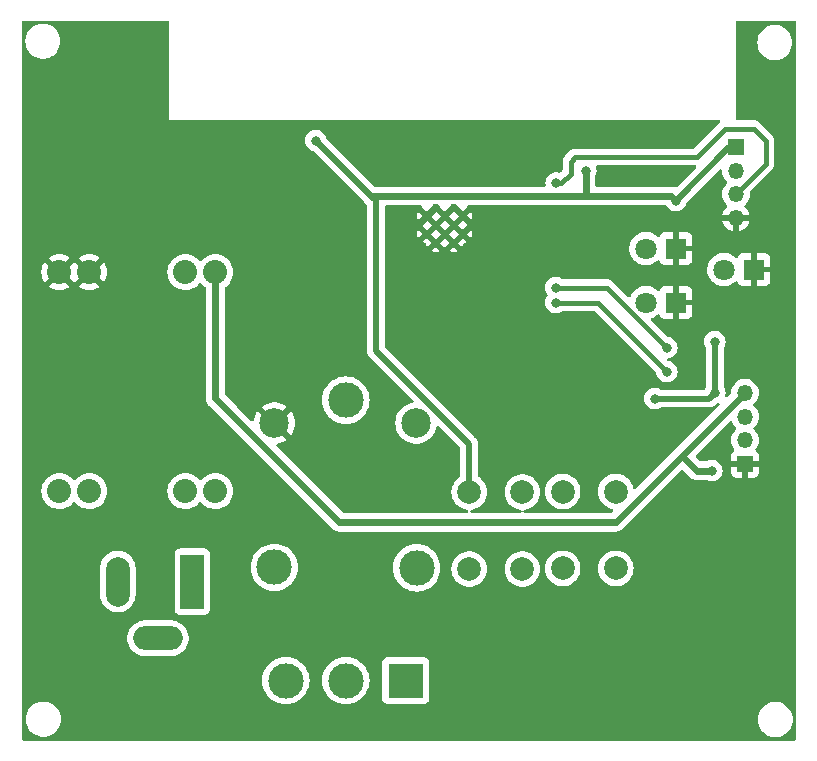
<source format=gbr>
%TF.GenerationSoftware,KiCad,Pcbnew,7.0.1*%
%TF.CreationDate,2023-03-21T16:37:51+01:00*%
%TF.ProjectId,pcb_morse,7063625f-6d6f-4727-9365-2e6b69636164,rev?*%
%TF.SameCoordinates,Original*%
%TF.FileFunction,Copper,L2,Bot*%
%TF.FilePolarity,Positive*%
%FSLAX46Y46*%
G04 Gerber Fmt 4.6, Leading zero omitted, Abs format (unit mm)*
G04 Created by KiCad (PCBNEW 7.0.1) date 2023-03-21 16:37:51*
%MOMM*%
%LPD*%
G01*
G04 APERTURE LIST*
%TA.AperFunction,HeatsinkPad*%
%ADD10C,0.600000*%
%TD*%
%TA.AperFunction,ComponentPad*%
%ADD11C,2.032000*%
%TD*%
%TA.AperFunction,ComponentPad*%
%ADD12R,1.800000X1.800000*%
%TD*%
%TA.AperFunction,ComponentPad*%
%ADD13C,1.800000*%
%TD*%
%TA.AperFunction,ComponentPad*%
%ADD14R,3.000000X3.000000*%
%TD*%
%TA.AperFunction,ComponentPad*%
%ADD15C,3.000000*%
%TD*%
%TA.AperFunction,ComponentPad*%
%ADD16R,1.350000X1.350000*%
%TD*%
%TA.AperFunction,ComponentPad*%
%ADD17O,1.350000X1.350000*%
%TD*%
%TA.AperFunction,ComponentPad*%
%ADD18C,2.500000*%
%TD*%
%TA.AperFunction,ComponentPad*%
%ADD19C,2.000000*%
%TD*%
%TA.AperFunction,ComponentPad*%
%ADD20R,2.000000X4.600000*%
%TD*%
%TA.AperFunction,ComponentPad*%
%ADD21O,2.000000X4.200000*%
%TD*%
%TA.AperFunction,ComponentPad*%
%ADD22O,4.200000X2.000000*%
%TD*%
%TA.AperFunction,ViaPad*%
%ADD23C,0.800000*%
%TD*%
%TA.AperFunction,Conductor*%
%ADD24C,0.500000*%
%TD*%
%TA.AperFunction,Conductor*%
%ADD25C,0.600000*%
%TD*%
%TA.AperFunction,Conductor*%
%ADD26C,0.400000*%
%TD*%
G04 APERTURE END LIST*
D10*
%TO.P,ESP32,39,GND*%
%TO.N,GND*%
X62730000Y-47012500D03*
X62730000Y-48537500D03*
X63492500Y-46250000D03*
X63492500Y-47775000D03*
X63492500Y-49300000D03*
X64255000Y-47012500D03*
X64255000Y-48537500D03*
X65017500Y-46250000D03*
X65017500Y-47775000D03*
X65017500Y-49300000D03*
X65780000Y-47012500D03*
X65780000Y-48537500D03*
%TD*%
D11*
%TO.P,UMP1584,1,IN-*%
%TO.N,Net-(Barrel_Jack1-Pad2)*%
X31623000Y-70326000D03*
%TO.P,UMP1584,2,IN-*%
X34163000Y-70326000D03*
%TO.P,UMP1584,3,IN+*%
%TO.N,+12V*%
X42291000Y-70326000D03*
%TO.P,UMP1584,4,IN+*%
X44831000Y-70326000D03*
%TO.P,UMP1584,5,OUT+*%
%TO.N,VDD*%
X44831000Y-51784000D03*
%TO.P,UMP1584,6,OUT+*%
X42291000Y-51784000D03*
%TO.P,UMP1584,7,OUT-*%
%TO.N,GND*%
X34163000Y-51784000D03*
%TO.P,UMP1584,8,OUT-*%
X31623000Y-51784000D03*
%TD*%
D12*
%TO.P,LED1,1,K*%
%TO.N,GND*%
X90424000Y-51562000D03*
D13*
%TO.P,LED1,2,A*%
%TO.N,Net-(LED1-A)*%
X87884000Y-51562000D03*
%TD*%
D14*
%TO.P,Kroonsteen1,1,Pin_1*%
%TO.N,Net-(Kroonsteen1-Pin_1)*%
X60960000Y-86360000D03*
D15*
%TO.P,Kroonsteen1,2,Pin_2*%
%TO.N,Net-(Kroonsteen1-Pin_2)*%
X55880000Y-86360000D03*
%TO.P,Kroonsteen1,3,Pin_3*%
%TO.N,Net-(Kroonsteen1-Pin_3)*%
X50800000Y-86360000D03*
%TD*%
D16*
%TO.P,J2,1,Pin_1*%
%TO.N,+3.3V*%
X88900000Y-41180000D03*
D17*
%TO.P,J2,2,Pin_2*%
%TO.N,RX0*%
X88900000Y-43180000D03*
%TO.P,J2,3,Pin_3*%
%TO.N,TX0*%
X88900000Y-45180000D03*
%TO.P,J2,4,Pin_4*%
%TO.N,GND*%
X88900000Y-47180000D03*
%TD*%
D15*
%TO.P,Relais1,1*%
%TO.N,Net-(Kroonsteen1-Pin_3)*%
X55880000Y-62620000D03*
D18*
%TO.P,Relais1,2*%
%TO.N,GND*%
X49830000Y-64570000D03*
D15*
%TO.P,Relais1,3*%
%TO.N,Net-(Kroonsteen1-Pin_2)*%
X49830000Y-76770000D03*
%TO.P,Relais1,4*%
%TO.N,Net-(Kroonsteen1-Pin_1)*%
X61880000Y-76820000D03*
D18*
%TO.P,Relais1,5*%
%TO.N,Net-(D1-K)*%
X61830000Y-64570000D03*
%TD*%
D19*
%TO.P,START1,1,1A*%
%TO.N,+3.3V*%
X66330000Y-76910000D03*
X66330000Y-70410000D03*
%TO.P,START1,2,2B*%
%TO.N,GPIO2*%
X70830000Y-76910000D03*
X70830000Y-70410000D03*
%TD*%
D16*
%TO.P,ULTRASONIC-SENSOR1,1,Pin_1*%
%TO.N,GND*%
X89662000Y-68008000D03*
D17*
%TO.P,ULTRASONIC-SENSOR1,2,Pin_2*%
%TO.N,GPIO16-5V*%
X89662000Y-66008000D03*
%TO.P,ULTRASONIC-SENSOR1,3,Pin_3*%
%TO.N,GPIO17-5V*%
X89662000Y-64008000D03*
%TO.P,ULTRASONIC-SENSOR1,4,Pin_4*%
%TO.N,VDD*%
X89662000Y-62008000D03*
%TD*%
D12*
%TO.P,LED2,1,K*%
%TO.N,GND*%
X83820000Y-49784000D03*
D13*
%TO.P,LED2,2,A*%
%TO.N,Net-(LED2-A)*%
X81280000Y-49784000D03*
%TD*%
D19*
%TO.P,RESET1,1,1A*%
%TO.N,+3.3V*%
X74240000Y-76858000D03*
X74240000Y-70358000D03*
%TO.P,RESET1,2,2B*%
%TO.N,GPIO4*%
X78740000Y-76858000D03*
X78740000Y-70358000D03*
%TD*%
D20*
%TO.P,Barrel_Jack1,1*%
%TO.N,+12V*%
X42876000Y-77978000D03*
D21*
%TO.P,Barrel_Jack1,2*%
%TO.N,Net-(Barrel_Jack1-Pad2)*%
X36576000Y-77978000D03*
D22*
%TO.P,Barrel_Jack1,3*%
%TO.N,N/C*%
X39976000Y-82778000D03*
%TD*%
D12*
%TO.P,LED3,1,K*%
%TO.N,GND*%
X83825000Y-54356000D03*
D13*
%TO.P,LED3,2,A*%
%TO.N,Net-(LED3-A)*%
X81285000Y-54356000D03*
%TD*%
D23*
%TO.N,+3.3V*%
X53340000Y-40640000D03*
X87122000Y-61976000D03*
X76200000Y-43180000D03*
X83820000Y-45720000D03*
X87122000Y-57658000D03*
X82042000Y-62484000D03*
%TO.N,GND*%
X30734000Y-46990000D03*
X78740000Y-61500000D03*
X80518000Y-73660000D03*
X77978000Y-57404000D03*
X81534000Y-43434000D03*
X33909000Y-86995000D03*
X55626000Y-76962000D03*
X40640000Y-60960000D03*
X73787000Y-40513000D03*
X70866000Y-49530000D03*
X76200000Y-68580000D03*
X73660000Y-62960000D03*
X31242000Y-36322000D03*
X78486000Y-86106000D03*
X30734000Y-60960000D03*
X30734000Y-66040000D03*
X63500000Y-53848000D03*
X40640000Y-66040000D03*
X63300000Y-60300000D03*
X43053000Y-45974000D03*
X63500000Y-40640000D03*
X86868000Y-74676000D03*
X46482000Y-40513000D03*
X69088000Y-86106000D03*
X55372000Y-68072000D03*
X87122000Y-81280000D03*
X40640000Y-55880000D03*
X30734000Y-55880000D03*
X40640000Y-88900000D03*
X51172000Y-51308000D03*
%TO.N,VDD*%
X86868000Y-68580000D03*
%TO.N,TX0*%
X73685000Y-44245000D03*
%TO.N,GPIO16*%
X83058000Y-60198000D03*
X73660000Y-54356000D03*
%TO.N,GPIO17*%
X73660000Y-53086000D03*
X83058000Y-58166000D03*
%TD*%
D24*
%TO.N,+3.3V*%
X82042000Y-62484000D02*
X86614000Y-62484000D01*
X58039000Y-45339000D02*
X53340000Y-40640000D01*
D25*
X83439000Y-45339000D02*
X83820000Y-45720000D01*
D24*
X58325000Y-45625000D02*
X58039000Y-45339000D01*
X88900000Y-41180000D02*
X88360000Y-41180000D01*
D25*
X76200000Y-45339000D02*
X83439000Y-45339000D01*
D24*
X58420000Y-45625000D02*
X58325000Y-45625000D01*
X66330000Y-66330000D02*
X58420000Y-58420000D01*
X83820000Y-45720000D02*
X83725000Y-45625000D01*
X88360000Y-41180000D02*
X83820000Y-45720000D01*
D25*
X58039000Y-45339000D02*
X76200000Y-45339000D01*
D24*
X58250000Y-45550000D02*
X58039000Y-45339000D01*
X87122000Y-61976000D02*
X87122000Y-57658000D01*
X66330000Y-70410000D02*
X66330000Y-66330000D01*
D25*
X76200000Y-45339000D02*
X76200000Y-43180000D01*
D24*
X58420000Y-58420000D02*
X58420000Y-45625000D01*
X86614000Y-62484000D02*
X87122000Y-61976000D01*
D25*
%TO.N,GND*%
X63492500Y-46250000D02*
X60452000Y-49290500D01*
X65017500Y-46250000D02*
X67818000Y-49050500D01*
X67818000Y-49050500D02*
X67818000Y-49530000D01*
X60452000Y-49290500D02*
X60452000Y-49530000D01*
%TO.N,VDD*%
X55321497Y-72948503D02*
X78721497Y-72948503D01*
X84344000Y-67326000D02*
X89662000Y-62008000D01*
X55321497Y-72948503D02*
X44831000Y-62458006D01*
X84344000Y-67326000D02*
X85598000Y-68580000D01*
X44831000Y-62458006D02*
X44831000Y-51784000D01*
X78721497Y-72948503D02*
X84344000Y-67326000D01*
X85598000Y-68580000D02*
X86868000Y-68580000D01*
D26*
%TO.N,TX0*%
X74930000Y-43434000D02*
X74930000Y-42418000D01*
X90424000Y-39624000D02*
X91440000Y-40640000D01*
X75311000Y-42037000D02*
X85598000Y-42037000D01*
X74119000Y-44245000D02*
X74930000Y-43434000D01*
X88011000Y-39624000D02*
X90424000Y-39624000D01*
X74930000Y-42418000D02*
X75311000Y-42037000D01*
X73685000Y-44245000D02*
X74119000Y-44245000D01*
X85598000Y-42037000D02*
X88011000Y-39624000D01*
X91440000Y-40640000D02*
X91440000Y-42640000D01*
X91440000Y-42640000D02*
X88900000Y-45180000D01*
%TO.N,GPIO16*%
X77216000Y-54356000D02*
X83058000Y-60198000D01*
X73660000Y-54356000D02*
X77216000Y-54356000D01*
%TO.N,GPIO17*%
X77978000Y-53086000D02*
X83058000Y-58166000D01*
X73660000Y-53086000D02*
X77978000Y-53086000D01*
%TD*%
%TA.AperFunction,Conductor*%
%TO.N,GND*%
G36*
X40873000Y-30497113D02*
G01*
X40918387Y-30542500D01*
X40935000Y-30604500D01*
X40935000Y-38885000D01*
X87454322Y-38885000D01*
X87509278Y-38897843D01*
X87552850Y-38933713D01*
X87576012Y-38985178D01*
X87573966Y-39041578D01*
X87547135Y-39091230D01*
X87503183Y-39140839D01*
X87498051Y-39146290D01*
X85344162Y-41300181D01*
X85303934Y-41327061D01*
X85256481Y-41336500D01*
X75335910Y-41336500D01*
X75328423Y-41336274D01*
X75268391Y-41332642D01*
X75209242Y-41343481D01*
X75201843Y-41344608D01*
X75142122Y-41351860D01*
X75132641Y-41355456D01*
X75111036Y-41361479D01*
X75101069Y-41363305D01*
X75046234Y-41387984D01*
X75039318Y-41390848D01*
X74983069Y-41412181D01*
X74974725Y-41417941D01*
X74955183Y-41428963D01*
X74945944Y-41433121D01*
X74898594Y-41470216D01*
X74892566Y-41474652D01*
X74843067Y-41508819D01*
X74803183Y-41553838D01*
X74798051Y-41559290D01*
X74452290Y-41905051D01*
X74446838Y-41910183D01*
X74401816Y-41950070D01*
X74367649Y-41999568D01*
X74363213Y-42005597D01*
X74326121Y-42052942D01*
X74321961Y-42062186D01*
X74310941Y-42081725D01*
X74305182Y-42090069D01*
X74283853Y-42146305D01*
X74280989Y-42153219D01*
X74256303Y-42208070D01*
X74254475Y-42218047D01*
X74248454Y-42239648D01*
X74244859Y-42249128D01*
X74237609Y-42308827D01*
X74236483Y-42316226D01*
X74225641Y-42375391D01*
X74229274Y-42435434D01*
X74229500Y-42442921D01*
X74229500Y-43092481D01*
X74220061Y-43139934D01*
X74193183Y-43180159D01*
X74057144Y-43316197D01*
X74032766Y-43340576D01*
X73980303Y-43371788D01*
X73919305Y-43374184D01*
X73779649Y-43344500D01*
X73779646Y-43344500D01*
X73590354Y-43344500D01*
X73590352Y-43344500D01*
X73405197Y-43383855D01*
X73232269Y-43460848D01*
X73079129Y-43572110D01*
X72952466Y-43712783D01*
X72857820Y-43876715D01*
X72799326Y-44056742D01*
X72799325Y-44056744D01*
X72799326Y-44056744D01*
X72779540Y-44245000D01*
X72795992Y-44401540D01*
X72784122Y-44468858D01*
X72738382Y-44519658D01*
X72672672Y-44538500D01*
X58351229Y-44538500D01*
X58303776Y-44529061D01*
X58263548Y-44502181D01*
X54252771Y-40491403D01*
X54222521Y-40442040D01*
X54167179Y-40271715D01*
X54072533Y-40107783D01*
X53945870Y-39967110D01*
X53792730Y-39855848D01*
X53619802Y-39778855D01*
X53434648Y-39739500D01*
X53434646Y-39739500D01*
X53245354Y-39739500D01*
X53245352Y-39739500D01*
X53060197Y-39778855D01*
X52887269Y-39855848D01*
X52734129Y-39967110D01*
X52607466Y-40107783D01*
X52512820Y-40271715D01*
X52454326Y-40451742D01*
X52434540Y-40640000D01*
X52454326Y-40828257D01*
X52512820Y-41008284D01*
X52607466Y-41172216D01*
X52734129Y-41312889D01*
X52887269Y-41424151D01*
X53060193Y-41501143D01*
X53060196Y-41501143D01*
X53060197Y-41501144D01*
X53125333Y-41514988D01*
X53158714Y-41527303D01*
X53187228Y-41548596D01*
X57285691Y-45647058D01*
X57304728Y-45677352D01*
X57305778Y-45676693D01*
X57409184Y-45841263D01*
X57536736Y-45968815D01*
X57611472Y-46015775D01*
X57654028Y-46060788D01*
X57669500Y-46120769D01*
X57669500Y-58356294D01*
X57668191Y-58374264D01*
X57664711Y-58398023D01*
X57669028Y-58447369D01*
X57669500Y-58458176D01*
X57669500Y-58463708D01*
X57673098Y-58494496D01*
X57673464Y-58498081D01*
X57676631Y-58534284D01*
X57680110Y-58574041D01*
X57684329Y-58593071D01*
X57684758Y-58594251D01*
X57684759Y-58594255D01*
X57710413Y-58664742D01*
X57711582Y-58668107D01*
X57735580Y-58740524D01*
X57744075Y-58758072D01*
X57785979Y-58821784D01*
X57787889Y-58824782D01*
X57827288Y-58888656D01*
X57827952Y-58889732D01*
X57840253Y-58904830D01*
X57841168Y-58905693D01*
X57841170Y-58905696D01*
X57895709Y-58957151D01*
X57898296Y-58959664D01*
X61576676Y-62638044D01*
X61609623Y-62697003D01*
X61606782Y-62764483D01*
X61568997Y-62820465D01*
X61507478Y-62848340D01*
X61439384Y-62858604D01*
X61188677Y-62935937D01*
X61039037Y-63008000D01*
X60952296Y-63049772D01*
X60882922Y-63097070D01*
X60735514Y-63197571D01*
X60543198Y-63376015D01*
X60379613Y-63581143D01*
X60248431Y-63808358D01*
X60152580Y-64052581D01*
X60094197Y-64308372D01*
X60074591Y-64570000D01*
X60094197Y-64831627D01*
X60152580Y-65087418D01*
X60248431Y-65331641D01*
X60248432Y-65331643D01*
X60379614Y-65558857D01*
X60543195Y-65763981D01*
X60543197Y-65763983D01*
X60543198Y-65763984D01*
X60735514Y-65942428D01*
X60735520Y-65942432D01*
X60735521Y-65942433D01*
X60952296Y-66090228D01*
X61188677Y-66204063D01*
X61439385Y-66281396D01*
X61698818Y-66320500D01*
X61961182Y-66320500D01*
X62220615Y-66281396D01*
X62471323Y-66204063D01*
X62707704Y-66090228D01*
X62924479Y-65942433D01*
X62924482Y-65942429D01*
X62924485Y-65942428D01*
X63030237Y-65844304D01*
X63116805Y-65763981D01*
X63280386Y-65558857D01*
X63411568Y-65331643D01*
X63507420Y-65087416D01*
X63553872Y-64883896D01*
X63584656Y-64826303D01*
X63640434Y-64792337D01*
X63705734Y-64791421D01*
X63762443Y-64823810D01*
X65543181Y-66604548D01*
X65570061Y-66644776D01*
X65579500Y-66692229D01*
X65579500Y-69036128D01*
X65562023Y-69099602D01*
X65514518Y-69145181D01*
X65508448Y-69148466D01*
X65506487Y-69149528D01*
X65310259Y-69302259D01*
X65310256Y-69302261D01*
X65310256Y-69302262D01*
X65141837Y-69485214D01*
X65005825Y-69693395D01*
X64905938Y-69921117D01*
X64844891Y-70162183D01*
X64824356Y-70409999D01*
X64844891Y-70657816D01*
X64844891Y-70657819D01*
X64844892Y-70657821D01*
X64905937Y-70898881D01*
X64950960Y-71001523D01*
X65005825Y-71126604D01*
X65005827Y-71126607D01*
X65141836Y-71334785D01*
X65310256Y-71517738D01*
X65310259Y-71517740D01*
X65506485Y-71670470D01*
X65506487Y-71670471D01*
X65506491Y-71670474D01*
X65725190Y-71788828D01*
X65960386Y-71869571D01*
X66132611Y-71898309D01*
X66152892Y-71901694D01*
X66208645Y-71926149D01*
X66246039Y-71974192D01*
X66256059Y-72034243D01*
X66236292Y-72091824D01*
X66191501Y-72133058D01*
X66132483Y-72148003D01*
X55704437Y-72148003D01*
X55656984Y-72138564D01*
X55616756Y-72111684D01*
X50016581Y-66511509D01*
X49983634Y-66452549D01*
X49986475Y-66385069D01*
X50024261Y-66329087D01*
X50085782Y-66301213D01*
X50220502Y-66280908D01*
X50471139Y-66203596D01*
X50707456Y-66089792D01*
X50879167Y-65972720D01*
X49830000Y-64923553D01*
X49476447Y-64570000D01*
X50183553Y-64570000D01*
X51232124Y-65618571D01*
X51279972Y-65558572D01*
X51411117Y-65331423D01*
X51506940Y-65087270D01*
X51565306Y-64831552D01*
X51584907Y-64570000D01*
X51565306Y-64308447D01*
X51506940Y-64052729D01*
X51411117Y-63808575D01*
X51279972Y-63581426D01*
X51232125Y-63521427D01*
X50183553Y-64570000D01*
X49476447Y-64570000D01*
X48427874Y-63521428D01*
X48380026Y-63581428D01*
X48248882Y-63808576D01*
X48153059Y-64052729D01*
X48092626Y-64317505D01*
X48089178Y-64316718D01*
X48070708Y-64365777D01*
X48014766Y-64407462D01*
X47945173Y-64412347D01*
X47883957Y-64378885D01*
X46672350Y-63167278D01*
X48780832Y-63167278D01*
X49830000Y-64216446D01*
X49830001Y-64216446D01*
X50879167Y-63167278D01*
X50707451Y-63050205D01*
X50471139Y-62936403D01*
X50220503Y-62859091D01*
X49961144Y-62820000D01*
X49698856Y-62820000D01*
X49439496Y-62859091D01*
X49188860Y-62936403D01*
X48952545Y-63050206D01*
X48780832Y-63167278D01*
X46672350Y-63167278D01*
X46125071Y-62619999D01*
X53874389Y-62619999D01*
X53894804Y-62905429D01*
X53955629Y-63185041D01*
X53972656Y-63230693D01*
X54026860Y-63376019D01*
X54055634Y-63453163D01*
X54192772Y-63704313D01*
X54257721Y-63791074D01*
X54364261Y-63933395D01*
X54566605Y-64135739D01*
X54674417Y-64216446D01*
X54795686Y-64307227D01*
X54902913Y-64365777D01*
X55046839Y-64444367D01*
X55314954Y-64544369D01*
X55314957Y-64544369D01*
X55314958Y-64544370D01*
X55367217Y-64555738D01*
X55594572Y-64605196D01*
X55880000Y-64625610D01*
X56165428Y-64605196D01*
X56445046Y-64544369D01*
X56713161Y-64444367D01*
X56964315Y-64307226D01*
X57193395Y-64135739D01*
X57395739Y-63933395D01*
X57567226Y-63704315D01*
X57704367Y-63453161D01*
X57804369Y-63185046D01*
X57865196Y-62905428D01*
X57885610Y-62620000D01*
X57865196Y-62334572D01*
X57804369Y-62054954D01*
X57704367Y-61786839D01*
X57592266Y-61581542D01*
X57567227Y-61535686D01*
X57496853Y-61441678D01*
X57395739Y-61306605D01*
X57193395Y-61104261D01*
X56988967Y-60951228D01*
X56964313Y-60932772D01*
X56713163Y-60795634D01*
X56713162Y-60795633D01*
X56713161Y-60795633D01*
X56445046Y-60695631D01*
X56445041Y-60695629D01*
X56165429Y-60634804D01*
X55880000Y-60614389D01*
X55594570Y-60634804D01*
X55314958Y-60695629D01*
X55046836Y-60795634D01*
X54795686Y-60932772D01*
X54566602Y-61104263D01*
X54364263Y-61306602D01*
X54192772Y-61535686D01*
X54055634Y-61786836D01*
X53955629Y-62054958D01*
X53894804Y-62334570D01*
X53874389Y-62619999D01*
X46125071Y-62619999D01*
X45667819Y-62162747D01*
X45640939Y-62122519D01*
X45631500Y-62075066D01*
X45631500Y-53141489D01*
X45647310Y-53080900D01*
X45690710Y-53035762D01*
X45692924Y-53034404D01*
X45725132Y-53014668D01*
X45906643Y-52859643D01*
X46061668Y-52678132D01*
X46186389Y-52474605D01*
X46277737Y-52254073D01*
X46333461Y-52021966D01*
X46352189Y-51784000D01*
X46333461Y-51546034D01*
X46277737Y-51313927D01*
X46186389Y-51093395D01*
X46061668Y-50889868D01*
X45906643Y-50708357D01*
X45796371Y-50614176D01*
X45725135Y-50553334D01*
X45725132Y-50553332D01*
X45521605Y-50428611D01*
X45521602Y-50428610D01*
X45521601Y-50428609D01*
X45301073Y-50337262D01*
X45068967Y-50281539D01*
X44831000Y-50262811D01*
X44593032Y-50281539D01*
X44360926Y-50337262D01*
X44140398Y-50428609D01*
X43936864Y-50553334D01*
X43755356Y-50708357D01*
X43655289Y-50825520D01*
X43612912Y-50857598D01*
X43560998Y-50868988D01*
X43509085Y-50857598D01*
X43466710Y-50825521D01*
X43366643Y-50708357D01*
X43256371Y-50614176D01*
X43185135Y-50553334D01*
X43185132Y-50553332D01*
X42981605Y-50428611D01*
X42981602Y-50428610D01*
X42981601Y-50428609D01*
X42761073Y-50337262D01*
X42528967Y-50281539D01*
X42291000Y-50262811D01*
X42053032Y-50281539D01*
X41820926Y-50337262D01*
X41600398Y-50428609D01*
X41396864Y-50553334D01*
X41215357Y-50708357D01*
X41060334Y-50889864D01*
X40935609Y-51093398D01*
X40844262Y-51313926D01*
X40788539Y-51546032D01*
X40769811Y-51783999D01*
X40788539Y-52021967D01*
X40844262Y-52254073D01*
X40935517Y-52474379D01*
X40935611Y-52474605D01*
X41017529Y-52608283D01*
X41060334Y-52678135D01*
X41115290Y-52742480D01*
X41215357Y-52859643D01*
X41327591Y-52955500D01*
X41394501Y-53012647D01*
X41396868Y-53014668D01*
X41600395Y-53139389D01*
X41605465Y-53141489D01*
X41820926Y-53230737D01*
X41894254Y-53248341D01*
X42053034Y-53286461D01*
X42291000Y-53305189D01*
X42528966Y-53286461D01*
X42761073Y-53230737D01*
X42981605Y-53139389D01*
X43185132Y-53014668D01*
X43366643Y-52859643D01*
X43466712Y-52742476D01*
X43509085Y-52710401D01*
X43560998Y-52699011D01*
X43612912Y-52710401D01*
X43655289Y-52742479D01*
X43655290Y-52742480D01*
X43755357Y-52859643D01*
X43936868Y-53014668D01*
X43946826Y-53020770D01*
X43971290Y-53035762D01*
X44014690Y-53080900D01*
X44030500Y-53141489D01*
X44030500Y-62548202D01*
X44039017Y-62585524D01*
X44041345Y-62599225D01*
X44045631Y-62637258D01*
X44058272Y-62673386D01*
X44062119Y-62686742D01*
X44070638Y-62724064D01*
X44087250Y-62758559D01*
X44092570Y-62771404D01*
X44105209Y-62807526D01*
X44113340Y-62820465D01*
X44125576Y-62839939D01*
X44132298Y-62852101D01*
X44148908Y-62886592D01*
X44172772Y-62916516D01*
X44180818Y-62927856D01*
X44194787Y-62950088D01*
X44201184Y-62960268D01*
X44233174Y-62992258D01*
X54691681Y-73450765D01*
X54819232Y-73578316D01*
X54819235Y-73578319D01*
X54851640Y-73598680D01*
X54862983Y-73606728D01*
X54892911Y-73630595D01*
X54927392Y-73647200D01*
X54939563Y-73653926D01*
X54971977Y-73674293D01*
X55008105Y-73686935D01*
X55020947Y-73692253D01*
X55055432Y-73708861D01*
X55055436Y-73708863D01*
X55092747Y-73717379D01*
X55106108Y-73721228D01*
X55142242Y-73733871D01*
X55180273Y-73738156D01*
X55193978Y-73740484D01*
X55231303Y-73749003D01*
X55276543Y-73749003D01*
X55411691Y-73749003D01*
X78631303Y-73749003D01*
X78766451Y-73749003D01*
X78811691Y-73749003D01*
X78811692Y-73749003D01*
X78822506Y-73746534D01*
X78849017Y-73740483D01*
X78862694Y-73738158D01*
X78900752Y-73733871D01*
X78936896Y-73721223D01*
X78950218Y-73717385D01*
X78987558Y-73708863D01*
X79022046Y-73692253D01*
X79034888Y-73686934D01*
X79071019Y-73674292D01*
X79103429Y-73653926D01*
X79115600Y-73647200D01*
X79150084Y-73630594D01*
X79180012Y-73606725D01*
X79191331Y-73598693D01*
X79223759Y-73578319D01*
X79351313Y-73450765D01*
X84256318Y-68545759D01*
X84311906Y-68513665D01*
X84376094Y-68513665D01*
X84431681Y-68545759D01*
X84968184Y-69082262D01*
X85095738Y-69209816D01*
X85126767Y-69229313D01*
X85128145Y-69230179D01*
X85139483Y-69238224D01*
X85169411Y-69262090D01*
X85169414Y-69262092D01*
X85203899Y-69278699D01*
X85216069Y-69285425D01*
X85248480Y-69305790D01*
X85284597Y-69318428D01*
X85297441Y-69323748D01*
X85328499Y-69338703D01*
X85331939Y-69340360D01*
X85369276Y-69348881D01*
X85382613Y-69352725D01*
X85418745Y-69365368D01*
X85456776Y-69369653D01*
X85470481Y-69371981D01*
X85507806Y-69380500D01*
X85553046Y-69380500D01*
X85688194Y-69380500D01*
X86425633Y-69380500D01*
X86476069Y-69391221D01*
X86588197Y-69441144D01*
X86773352Y-69480500D01*
X86773354Y-69480500D01*
X86962646Y-69480500D01*
X86962648Y-69480500D01*
X87086084Y-69454262D01*
X87147803Y-69441144D01*
X87320730Y-69364151D01*
X87383663Y-69318428D01*
X87473870Y-69252889D01*
X87487075Y-69238224D01*
X87600533Y-69112216D01*
X87695179Y-68948284D01*
X87753674Y-68768256D01*
X87773460Y-68580000D01*
X87753674Y-68391744D01*
X87710218Y-68258000D01*
X88487000Y-68258000D01*
X88487000Y-68730824D01*
X88493402Y-68790375D01*
X88543647Y-68925089D01*
X88629811Y-69040188D01*
X88744910Y-69126352D01*
X88879624Y-69176597D01*
X88939176Y-69183000D01*
X89412000Y-69183000D01*
X89412000Y-68258000D01*
X89912000Y-68258000D01*
X89912000Y-69183000D01*
X90384824Y-69183000D01*
X90444375Y-69176597D01*
X90579089Y-69126352D01*
X90694188Y-69040188D01*
X90780352Y-68925089D01*
X90830597Y-68790375D01*
X90837000Y-68730824D01*
X90837000Y-68258000D01*
X89912000Y-68258000D01*
X89412000Y-68258000D01*
X88487000Y-68258000D01*
X87710218Y-68258000D01*
X87695179Y-68211716D01*
X87695179Y-68211715D01*
X87600533Y-68047783D01*
X87473870Y-67907110D01*
X87320730Y-67795848D01*
X87147802Y-67718855D01*
X86962648Y-67679500D01*
X86962646Y-67679500D01*
X86773354Y-67679500D01*
X86773352Y-67679500D01*
X86588197Y-67718855D01*
X86476069Y-67768779D01*
X86425633Y-67779500D01*
X85980940Y-67779500D01*
X85933487Y-67770061D01*
X85893259Y-67743181D01*
X85563758Y-67413680D01*
X85531664Y-67358093D01*
X85531664Y-67293905D01*
X85563755Y-67238322D01*
X88374977Y-64427099D01*
X88424610Y-64396763D01*
X88482619Y-64392400D01*
X88536235Y-64414971D01*
X88573656Y-64459510D01*
X88658287Y-64629471D01*
X88658288Y-64629472D01*
X88789573Y-64803322D01*
X88913575Y-64916364D01*
X88949301Y-64974064D01*
X88949302Y-65041933D01*
X88913573Y-65099636D01*
X88789573Y-65212676D01*
X88658287Y-65386528D01*
X88561181Y-65581542D01*
X88501564Y-65791074D01*
X88481464Y-66007999D01*
X88501564Y-66224925D01*
X88561181Y-66434457D01*
X88658287Y-66629471D01*
X88740048Y-66737740D01*
X88764175Y-66797401D01*
X88755151Y-66861119D01*
X88715406Y-66911733D01*
X88629811Y-66975809D01*
X88543647Y-67090910D01*
X88493402Y-67225624D01*
X88487000Y-67285176D01*
X88487000Y-67758000D01*
X90837000Y-67758000D01*
X90837000Y-67285176D01*
X90830597Y-67225624D01*
X90780352Y-67090910D01*
X90694188Y-66975811D01*
X90608594Y-66911735D01*
X90568848Y-66861121D01*
X90559824Y-66797402D01*
X90583951Y-66737741D01*
X90587896Y-66732517D01*
X90665712Y-66629472D01*
X90762817Y-66434459D01*
X90762818Y-66434457D01*
X90822435Y-66224925D01*
X90826974Y-66175943D01*
X90842536Y-66008000D01*
X90822435Y-65791077D01*
X90822435Y-65791074D01*
X90762818Y-65581542D01*
X90665712Y-65386528D01*
X90534426Y-65212676D01*
X90410427Y-65099637D01*
X90374699Y-65041934D01*
X90374699Y-64974066D01*
X90410427Y-64916363D01*
X90534426Y-64803323D01*
X90543414Y-64791421D01*
X90665712Y-64629472D01*
X90762817Y-64434459D01*
X90768362Y-64414971D01*
X90822435Y-64224925D01*
X90830699Y-64135736D01*
X90842536Y-64008000D01*
X90824057Y-63808576D01*
X90822435Y-63791074D01*
X90762818Y-63581542D01*
X90665712Y-63386528D01*
X90534426Y-63212676D01*
X90410427Y-63099637D01*
X90374699Y-63041934D01*
X90374699Y-62974066D01*
X90410427Y-62916363D01*
X90534426Y-62803323D01*
X90563496Y-62764828D01*
X90665712Y-62629472D01*
X90762817Y-62434459D01*
X90762818Y-62434457D01*
X90822435Y-62224925D01*
X90825349Y-62193467D01*
X90842536Y-62008000D01*
X90824292Y-61811112D01*
X90822435Y-61791074D01*
X90762818Y-61581542D01*
X90665712Y-61386528D01*
X90534426Y-61212676D01*
X90373432Y-61065912D01*
X90188208Y-60951226D01*
X89985073Y-60872531D01*
X89985070Y-60872530D01*
X89985069Y-60872530D01*
X89770926Y-60832500D01*
X89553074Y-60832500D01*
X89347715Y-60870888D01*
X89338926Y-60872531D01*
X89135791Y-60951226D01*
X88950567Y-61065912D01*
X88789573Y-61212676D01*
X88658287Y-61386528D01*
X88561181Y-61581542D01*
X88501564Y-61791074D01*
X88480646Y-62016824D01*
X88469422Y-62058076D01*
X88444856Y-62093064D01*
X88196738Y-62341182D01*
X88139894Y-62373605D01*
X88074462Y-62372577D01*
X88018665Y-62338385D01*
X87988043Y-62280550D01*
X87991125Y-62215185D01*
X88007674Y-62164256D01*
X88027460Y-61976000D01*
X88007674Y-61787744D01*
X87962209Y-61647817D01*
X87949179Y-61607715D01*
X87889113Y-61503678D01*
X87872500Y-61441678D01*
X87872500Y-58192322D01*
X87889113Y-58130322D01*
X87949179Y-58026284D01*
X87964951Y-57977742D01*
X88007674Y-57846256D01*
X88027460Y-57658000D01*
X88007674Y-57469744D01*
X87977332Y-57376363D01*
X87949179Y-57289715D01*
X87854533Y-57125783D01*
X87727870Y-56985110D01*
X87574730Y-56873848D01*
X87401802Y-56796855D01*
X87216648Y-56757500D01*
X87216646Y-56757500D01*
X87027354Y-56757500D01*
X87027352Y-56757500D01*
X86842197Y-56796855D01*
X86669269Y-56873848D01*
X86516129Y-56985110D01*
X86389466Y-57125783D01*
X86294820Y-57289715D01*
X86236326Y-57469742D01*
X86216540Y-57658000D01*
X86236326Y-57846257D01*
X86294820Y-58026284D01*
X86354887Y-58130322D01*
X86371500Y-58192322D01*
X86371500Y-61441678D01*
X86354887Y-61503678D01*
X86294820Y-61607716D01*
X86281791Y-61647817D01*
X86256010Y-61692472D01*
X86214296Y-61722780D01*
X86163860Y-61733500D01*
X82581337Y-61733500D01*
X82543018Y-61727431D01*
X82508450Y-61709817D01*
X82494728Y-61699847D01*
X82321802Y-61622855D01*
X82136648Y-61583500D01*
X82136646Y-61583500D01*
X81947354Y-61583500D01*
X81947352Y-61583500D01*
X81762197Y-61622855D01*
X81589269Y-61699848D01*
X81436129Y-61811110D01*
X81309466Y-61951783D01*
X81214820Y-62115715D01*
X81156326Y-62295742D01*
X81136540Y-62484000D01*
X81156326Y-62672257D01*
X81214820Y-62852284D01*
X81309466Y-63016216D01*
X81436129Y-63156889D01*
X81589269Y-63268151D01*
X81762197Y-63345144D01*
X81947352Y-63384500D01*
X81947354Y-63384500D01*
X82136646Y-63384500D01*
X82136648Y-63384500D01*
X82260083Y-63358262D01*
X82321803Y-63345144D01*
X82494730Y-63268151D01*
X82508449Y-63258183D01*
X82543018Y-63240569D01*
X82581337Y-63234500D01*
X86550294Y-63234500D01*
X86568264Y-63235809D01*
X86572320Y-63236402D01*
X86592023Y-63239289D01*
X86641368Y-63234972D01*
X86652176Y-63234500D01*
X86657706Y-63234500D01*
X86657709Y-63234500D01*
X86688550Y-63230894D01*
X86692031Y-63230539D01*
X86766797Y-63223999D01*
X86766797Y-63223998D01*
X86768052Y-63223889D01*
X86787062Y-63219674D01*
X86788250Y-63219241D01*
X86788255Y-63219241D01*
X86858820Y-63193557D01*
X86862095Y-63192419D01*
X86933334Y-63168814D01*
X86933336Y-63168812D01*
X86934536Y-63168415D01*
X86952063Y-63159929D01*
X86953112Y-63159238D01*
X86953117Y-63159237D01*
X87015806Y-63118005D01*
X87018798Y-63116099D01*
X87082656Y-63076712D01*
X87082656Y-63076711D01*
X87083729Y-63076050D01*
X87098824Y-63063753D01*
X87099692Y-63062832D01*
X87099696Y-63062830D01*
X87151169Y-63008270D01*
X87153615Y-63005751D01*
X87274772Y-62884593D01*
X87303282Y-62863305D01*
X87336670Y-62850988D01*
X87372012Y-62843476D01*
X87434874Y-62846440D01*
X87488184Y-62879882D01*
X87518213Y-62935188D01*
X87517224Y-62998112D01*
X87485473Y-63052447D01*
X83814667Y-66723253D01*
X83804301Y-66732517D01*
X83774380Y-66756378D01*
X83750511Y-66786308D01*
X83741248Y-66796672D01*
X80420366Y-70117554D01*
X80364366Y-70149758D01*
X80299767Y-70149424D01*
X80244102Y-70116643D01*
X80212481Y-70060316D01*
X80164063Y-69869119D01*
X80064173Y-69641393D01*
X79928164Y-69433215D01*
X79759744Y-69250262D01*
X79673326Y-69183000D01*
X79563514Y-69097529D01*
X79563510Y-69097526D01*
X79563509Y-69097526D01*
X79344810Y-68979172D01*
X79344806Y-68979170D01*
X79344805Y-68979170D01*
X79109615Y-68898429D01*
X78864335Y-68857500D01*
X78615665Y-68857500D01*
X78370384Y-68898429D01*
X78135194Y-68979170D01*
X77916485Y-69097529D01*
X77720259Y-69250259D01*
X77720256Y-69250261D01*
X77720256Y-69250262D01*
X77551836Y-69433215D01*
X77517863Y-69485215D01*
X77415825Y-69641395D01*
X77325780Y-69846678D01*
X77315937Y-69869119D01*
X77302769Y-69921119D01*
X77254891Y-70110183D01*
X77234356Y-70358000D01*
X77254891Y-70605816D01*
X77254891Y-70605819D01*
X77254892Y-70605821D01*
X77315937Y-70846881D01*
X77338747Y-70898882D01*
X77415825Y-71074604D01*
X77415827Y-71074607D01*
X77551836Y-71282785D01*
X77720256Y-71465738D01*
X77720259Y-71465740D01*
X77916485Y-71618470D01*
X77916487Y-71618471D01*
X77916491Y-71618474D01*
X78135190Y-71736828D01*
X78218014Y-71765261D01*
X78370384Y-71817571D01*
X78391397Y-71821077D01*
X78432693Y-71827968D01*
X78493396Y-71856486D01*
X78530371Y-71912444D01*
X78532797Y-71979471D01*
X78499965Y-72037956D01*
X78426235Y-72111686D01*
X78386010Y-72138564D01*
X78338557Y-72148003D01*
X71027517Y-72148003D01*
X70968499Y-72133058D01*
X70923708Y-72091824D01*
X70903941Y-72034243D01*
X70913961Y-71974192D01*
X70951355Y-71926149D01*
X71007108Y-71901694D01*
X71023675Y-71898929D01*
X71199614Y-71869571D01*
X71434810Y-71788828D01*
X71653509Y-71670474D01*
X71849744Y-71517738D01*
X72018164Y-71334785D01*
X72154173Y-71126607D01*
X72254063Y-70898881D01*
X72315108Y-70657821D01*
X72335643Y-70410000D01*
X72331334Y-70358000D01*
X72734356Y-70358000D01*
X72754891Y-70605816D01*
X72754891Y-70605819D01*
X72754892Y-70605821D01*
X72815937Y-70846881D01*
X72838747Y-70898882D01*
X72915825Y-71074604D01*
X72915827Y-71074607D01*
X73051836Y-71282785D01*
X73220256Y-71465738D01*
X73220259Y-71465740D01*
X73416485Y-71618470D01*
X73416487Y-71618471D01*
X73416491Y-71618474D01*
X73635190Y-71736828D01*
X73870386Y-71817571D01*
X74115665Y-71858500D01*
X74364335Y-71858500D01*
X74609614Y-71817571D01*
X74844810Y-71736828D01*
X75063509Y-71618474D01*
X75259744Y-71465738D01*
X75428164Y-71282785D01*
X75564173Y-71074607D01*
X75664063Y-70846881D01*
X75725108Y-70605821D01*
X75745643Y-70358000D01*
X75725108Y-70110179D01*
X75664063Y-69869119D01*
X75564173Y-69641393D01*
X75428164Y-69433215D01*
X75259744Y-69250262D01*
X75173326Y-69183000D01*
X75063514Y-69097529D01*
X75063510Y-69097526D01*
X75063509Y-69097526D01*
X74844810Y-68979172D01*
X74844806Y-68979170D01*
X74844805Y-68979170D01*
X74609615Y-68898429D01*
X74364335Y-68857500D01*
X74115665Y-68857500D01*
X73870384Y-68898429D01*
X73635194Y-68979170D01*
X73416485Y-69097529D01*
X73220259Y-69250259D01*
X73220256Y-69250261D01*
X73220256Y-69250262D01*
X73051836Y-69433215D01*
X73017863Y-69485215D01*
X72915825Y-69641395D01*
X72825780Y-69846678D01*
X72815937Y-69869119D01*
X72802769Y-69921119D01*
X72754891Y-70110183D01*
X72734356Y-70358000D01*
X72331334Y-70358000D01*
X72315108Y-70162179D01*
X72254063Y-69921119D01*
X72154173Y-69693393D01*
X72018164Y-69485215D01*
X71849744Y-69302262D01*
X71786310Y-69252889D01*
X71653514Y-69149529D01*
X71653510Y-69149526D01*
X71653509Y-69149526D01*
X71434810Y-69031172D01*
X71434806Y-69031170D01*
X71434805Y-69031170D01*
X71199615Y-68950429D01*
X70954335Y-68909500D01*
X70705665Y-68909500D01*
X70460384Y-68950429D01*
X70225194Y-69031170D01*
X70006485Y-69149529D01*
X69810259Y-69302259D01*
X69810256Y-69302261D01*
X69810256Y-69302262D01*
X69641837Y-69485214D01*
X69505825Y-69693395D01*
X69405938Y-69921117D01*
X69344891Y-70162183D01*
X69324356Y-70409999D01*
X69344891Y-70657816D01*
X69344891Y-70657819D01*
X69344892Y-70657821D01*
X69405937Y-70898881D01*
X69450960Y-71001523D01*
X69505825Y-71126604D01*
X69505827Y-71126607D01*
X69641836Y-71334785D01*
X69810256Y-71517738D01*
X69810259Y-71517740D01*
X70006485Y-71670470D01*
X70006487Y-71670471D01*
X70006491Y-71670474D01*
X70225190Y-71788828D01*
X70460386Y-71869571D01*
X70632611Y-71898309D01*
X70652892Y-71901694D01*
X70708645Y-71926149D01*
X70746039Y-71974192D01*
X70756059Y-72034243D01*
X70736292Y-72091824D01*
X70691501Y-72133058D01*
X70632483Y-72148003D01*
X66527517Y-72148003D01*
X66468499Y-72133058D01*
X66423708Y-72091824D01*
X66403941Y-72034243D01*
X66413961Y-71974192D01*
X66451355Y-71926149D01*
X66507108Y-71901694D01*
X66523675Y-71898929D01*
X66699614Y-71869571D01*
X66934810Y-71788828D01*
X67153509Y-71670474D01*
X67349744Y-71517738D01*
X67518164Y-71334785D01*
X67654173Y-71126607D01*
X67754063Y-70898881D01*
X67815108Y-70657821D01*
X67835643Y-70410000D01*
X67815108Y-70162179D01*
X67754063Y-69921119D01*
X67654173Y-69693393D01*
X67518164Y-69485215D01*
X67349744Y-69302262D01*
X67283057Y-69250357D01*
X67153512Y-69149528D01*
X67153510Y-69149527D01*
X67153509Y-69149526D01*
X67145481Y-69145181D01*
X67097977Y-69099602D01*
X67080500Y-69036128D01*
X67080500Y-66393706D01*
X67081809Y-66375736D01*
X67082338Y-66372118D01*
X67085289Y-66351977D01*
X67080971Y-66302633D01*
X67080500Y-66291827D01*
X67080500Y-66286292D01*
X67079928Y-66281396D01*
X67076893Y-66255436D01*
X67076537Y-66251956D01*
X67069998Y-66177203D01*
X67069888Y-66175943D01*
X67065674Y-66156936D01*
X67065241Y-66155745D01*
X67039569Y-66085211D01*
X67038422Y-66081913D01*
X67014814Y-66010665D01*
X67014812Y-66010662D01*
X67014415Y-66009463D01*
X67005929Y-65991936D01*
X67005237Y-65990884D01*
X67005237Y-65990883D01*
X66964025Y-65928224D01*
X66962106Y-65925212D01*
X66922048Y-65860267D01*
X66909750Y-65845172D01*
X66854290Y-65792848D01*
X66851703Y-65790335D01*
X59206819Y-58145451D01*
X59179939Y-58105223D01*
X59170500Y-58057770D01*
X59170500Y-54356000D01*
X72754540Y-54356000D01*
X72774326Y-54544257D01*
X72832820Y-54724284D01*
X72927466Y-54888216D01*
X73054129Y-55028889D01*
X73207269Y-55140151D01*
X73380197Y-55217144D01*
X73565352Y-55256500D01*
X73565354Y-55256500D01*
X73754646Y-55256500D01*
X73754648Y-55256500D01*
X73878083Y-55230262D01*
X73939803Y-55217144D01*
X74112730Y-55140151D01*
X74195271Y-55080181D01*
X74229838Y-55062569D01*
X74268156Y-55056500D01*
X76874481Y-55056500D01*
X76921934Y-55065939D01*
X76962162Y-55092819D01*
X82131495Y-60262152D01*
X82155734Y-60296449D01*
X82167134Y-60336869D01*
X82172325Y-60386254D01*
X82230820Y-60566284D01*
X82325466Y-60730216D01*
X82452129Y-60870889D01*
X82605269Y-60982151D01*
X82778197Y-61059144D01*
X82963352Y-61098500D01*
X82963354Y-61098500D01*
X83152646Y-61098500D01*
X83152648Y-61098500D01*
X83276083Y-61072262D01*
X83337803Y-61059144D01*
X83510730Y-60982151D01*
X83663871Y-60870888D01*
X83790533Y-60730216D01*
X83885179Y-60566284D01*
X83943674Y-60386256D01*
X83963460Y-60198000D01*
X83943674Y-60009744D01*
X83885179Y-59829716D01*
X83885179Y-59829715D01*
X83790533Y-59665783D01*
X83663870Y-59525110D01*
X83510730Y-59413848D01*
X83337802Y-59336855D01*
X83182872Y-59303924D01*
X83149485Y-59291607D01*
X83120972Y-59270315D01*
X83119926Y-59269269D01*
X83087422Y-59212111D01*
X83088713Y-59146370D01*
X83123436Y-59090532D01*
X83181826Y-59060298D01*
X83278618Y-59039723D01*
X83337803Y-59027144D01*
X83510730Y-58950151D01*
X83663871Y-58838888D01*
X83790533Y-58698216D01*
X83885179Y-58534284D01*
X83943674Y-58354256D01*
X83963460Y-58166000D01*
X83943674Y-57977744D01*
X83885179Y-57797716D01*
X83885179Y-57797715D01*
X83790533Y-57633783D01*
X83663870Y-57493110D01*
X83510730Y-57381848D01*
X83337802Y-57304855D01*
X83182872Y-57271924D01*
X83149485Y-57259607D01*
X83120972Y-57238315D01*
X81748835Y-55866178D01*
X81717312Y-55812648D01*
X81715707Y-55750547D01*
X81744424Y-55695460D01*
X81796251Y-55661217D01*
X81849503Y-55642936D01*
X82053626Y-55532470D01*
X82236784Y-55389913D01*
X82245511Y-55380432D01*
X82298132Y-55346577D01*
X82360588Y-55342727D01*
X82416971Y-55369865D01*
X82452924Y-55421079D01*
X82481647Y-55498088D01*
X82567811Y-55613188D01*
X82682910Y-55699352D01*
X82817624Y-55749597D01*
X82877176Y-55756000D01*
X83575000Y-55756000D01*
X83575000Y-54606000D01*
X84075000Y-54606000D01*
X84075000Y-55756000D01*
X84772824Y-55756000D01*
X84832375Y-55749597D01*
X84967089Y-55699352D01*
X85082188Y-55613188D01*
X85168352Y-55498089D01*
X85218597Y-55363375D01*
X85225000Y-55303824D01*
X85225000Y-54606000D01*
X84075000Y-54606000D01*
X83575000Y-54606000D01*
X83575000Y-52956000D01*
X84075000Y-52956000D01*
X84075000Y-54106000D01*
X85225000Y-54106000D01*
X85225000Y-53408176D01*
X85218597Y-53348624D01*
X85168352Y-53213910D01*
X85082188Y-53098811D01*
X84967089Y-53012647D01*
X84832375Y-52962402D01*
X84772824Y-52956000D01*
X84075000Y-52956000D01*
X83575000Y-52956000D01*
X82877176Y-52956000D01*
X82817624Y-52962402D01*
X82682910Y-53012647D01*
X82567811Y-53098811D01*
X82481645Y-53213913D01*
X82452923Y-53290920D01*
X82416971Y-53342134D01*
X82360589Y-53369271D01*
X82298135Y-53365423D01*
X82245513Y-53331569D01*
X82236784Y-53322087D01*
X82053626Y-53179530D01*
X81849503Y-53069064D01*
X81849499Y-53069062D01*
X81849498Y-53069062D01*
X81629984Y-52993702D01*
X81458282Y-52965050D01*
X81401049Y-52955500D01*
X81168951Y-52955500D01*
X81129999Y-52962000D01*
X80940015Y-52993702D01*
X80720501Y-53069062D01*
X80720497Y-53069063D01*
X80720497Y-53069064D01*
X80591376Y-53138941D01*
X80516372Y-53179531D01*
X80333215Y-53322087D01*
X80176020Y-53492848D01*
X80049077Y-53687148D01*
X80034228Y-53721000D01*
X79989144Y-53823783D01*
X79975851Y-53854087D01*
X79939464Y-53901337D01*
X79885228Y-53926137D01*
X79825687Y-53922749D01*
X79774614Y-53891957D01*
X78490940Y-52608283D01*
X78485822Y-52602847D01*
X78445929Y-52557817D01*
X78440086Y-52553784D01*
X78396436Y-52523654D01*
X78390405Y-52519216D01*
X78343054Y-52482120D01*
X78333813Y-52477961D01*
X78314273Y-52466941D01*
X78305930Y-52461182D01*
X78305927Y-52461181D01*
X78305926Y-52461180D01*
X78249701Y-52439856D01*
X78242783Y-52436991D01*
X78187929Y-52412303D01*
X78177952Y-52410475D01*
X78156339Y-52404450D01*
X78146873Y-52400860D01*
X78087172Y-52393610D01*
X78079771Y-52392483D01*
X78020607Y-52381641D01*
X77960566Y-52385274D01*
X77953079Y-52385500D01*
X74268156Y-52385500D01*
X74229838Y-52379431D01*
X74195270Y-52361818D01*
X74112727Y-52301847D01*
X73939802Y-52224855D01*
X73754648Y-52185500D01*
X73754646Y-52185500D01*
X73565354Y-52185500D01*
X73565352Y-52185500D01*
X73380197Y-52224855D01*
X73207269Y-52301848D01*
X73054129Y-52413110D01*
X72927466Y-52553783D01*
X72832820Y-52717715D01*
X72774326Y-52897742D01*
X72754540Y-53086000D01*
X72774326Y-53274257D01*
X72832820Y-53454284D01*
X72927466Y-53618216D01*
X72945305Y-53638028D01*
X72973472Y-53691002D01*
X72973472Y-53750998D01*
X72945305Y-53803972D01*
X72927466Y-53823783D01*
X72832820Y-53987715D01*
X72774326Y-54167742D01*
X72754540Y-54356000D01*
X59170500Y-54356000D01*
X59170500Y-51561999D01*
X86478699Y-51561999D01*
X86497865Y-51793299D01*
X86497865Y-51793301D01*
X86497866Y-51793305D01*
X86554843Y-52018300D01*
X86554844Y-52018303D01*
X86607152Y-52137553D01*
X86648076Y-52230849D01*
X86775021Y-52425153D01*
X86932216Y-52595913D01*
X87115374Y-52738470D01*
X87319497Y-52848936D01*
X87429258Y-52886617D01*
X87539015Y-52924297D01*
X87539017Y-52924297D01*
X87539019Y-52924298D01*
X87767951Y-52962500D01*
X88000048Y-52962500D01*
X88000049Y-52962500D01*
X88228981Y-52924298D01*
X88448503Y-52848936D01*
X88652626Y-52738470D01*
X88835784Y-52595913D01*
X88844511Y-52586432D01*
X88897132Y-52552577D01*
X88959588Y-52548727D01*
X89015971Y-52575865D01*
X89051924Y-52627079D01*
X89080647Y-52704088D01*
X89166811Y-52819188D01*
X89281910Y-52905352D01*
X89416624Y-52955597D01*
X89476176Y-52962000D01*
X90174000Y-52962000D01*
X90174000Y-51812000D01*
X90674000Y-51812000D01*
X90674000Y-52962000D01*
X91371824Y-52962000D01*
X91431375Y-52955597D01*
X91566089Y-52905352D01*
X91681188Y-52819188D01*
X91767352Y-52704089D01*
X91817597Y-52569375D01*
X91824000Y-52509824D01*
X91824000Y-51812000D01*
X90674000Y-51812000D01*
X90174000Y-51812000D01*
X90174000Y-50162000D01*
X90674000Y-50162000D01*
X90674000Y-51312000D01*
X91824000Y-51312000D01*
X91824000Y-50614176D01*
X91817597Y-50554624D01*
X91767352Y-50419910D01*
X91681188Y-50304811D01*
X91566089Y-50218647D01*
X91431375Y-50168402D01*
X91371824Y-50162000D01*
X90674000Y-50162000D01*
X90174000Y-50162000D01*
X89476176Y-50162000D01*
X89416624Y-50168402D01*
X89281910Y-50218647D01*
X89166811Y-50304811D01*
X89080645Y-50419913D01*
X89051923Y-50496920D01*
X89015971Y-50548134D01*
X88959589Y-50575271D01*
X88897135Y-50571423D01*
X88844513Y-50537569D01*
X88835784Y-50528087D01*
X88652626Y-50385530D01*
X88448503Y-50275064D01*
X88448499Y-50275062D01*
X88448498Y-50275062D01*
X88228984Y-50199702D01*
X88041410Y-50168402D01*
X88000049Y-50161500D01*
X87767951Y-50161500D01*
X87726590Y-50168402D01*
X87539015Y-50199702D01*
X87319501Y-50275062D01*
X87319497Y-50275063D01*
X87319497Y-50275064D01*
X87203684Y-50337739D01*
X87115372Y-50385531D01*
X86932215Y-50528087D01*
X86775020Y-50698848D01*
X86648076Y-50893150D01*
X86554844Y-51105696D01*
X86554842Y-51105700D01*
X86554843Y-51105700D01*
X86502074Y-51314081D01*
X86497865Y-51330700D01*
X86478699Y-51561999D01*
X59170500Y-51561999D01*
X59170500Y-50016660D01*
X63129391Y-50016660D01*
X63143196Y-50025335D01*
X63313359Y-50084877D01*
X63492500Y-50105062D01*
X63671640Y-50084877D01*
X63841803Y-50025335D01*
X63855607Y-50016661D01*
X63855607Y-50016660D01*
X64654391Y-50016660D01*
X64668196Y-50025335D01*
X64838359Y-50084877D01*
X65017500Y-50105062D01*
X65196640Y-50084877D01*
X65366803Y-50025335D01*
X65380607Y-50016661D01*
X65380607Y-50016660D01*
X65147948Y-49784000D01*
X79874699Y-49784000D01*
X79893865Y-50015299D01*
X79893865Y-50015301D01*
X79893866Y-50015305D01*
X79916596Y-50105062D01*
X79950844Y-50240303D01*
X79993375Y-50337263D01*
X80044076Y-50452849D01*
X80171021Y-50647153D01*
X80328216Y-50817913D01*
X80511374Y-50960470D01*
X80715497Y-51070936D01*
X80816761Y-51105700D01*
X80935015Y-51146297D01*
X80935017Y-51146297D01*
X80935019Y-51146298D01*
X81163951Y-51184500D01*
X81396048Y-51184500D01*
X81396049Y-51184500D01*
X81624981Y-51146298D01*
X81844503Y-51070936D01*
X82048626Y-50960470D01*
X82231784Y-50817913D01*
X82240511Y-50808432D01*
X82293132Y-50774577D01*
X82355588Y-50770727D01*
X82411971Y-50797865D01*
X82447924Y-50849079D01*
X82476647Y-50926088D01*
X82562811Y-51041188D01*
X82677910Y-51127352D01*
X82812624Y-51177597D01*
X82872176Y-51184000D01*
X83570000Y-51184000D01*
X83570000Y-50034000D01*
X84070000Y-50034000D01*
X84070000Y-51184000D01*
X84767824Y-51184000D01*
X84827375Y-51177597D01*
X84962089Y-51127352D01*
X85077188Y-51041188D01*
X85163352Y-50926089D01*
X85213597Y-50791375D01*
X85220000Y-50731824D01*
X85220000Y-50034000D01*
X84070000Y-50034000D01*
X83570000Y-50034000D01*
X83570000Y-48384000D01*
X84070000Y-48384000D01*
X84070000Y-49534000D01*
X85220000Y-49534000D01*
X85220000Y-48836176D01*
X85213597Y-48776624D01*
X85163352Y-48641910D01*
X85077188Y-48526811D01*
X84962089Y-48440647D01*
X84827375Y-48390402D01*
X84767824Y-48384000D01*
X84070000Y-48384000D01*
X83570000Y-48384000D01*
X82872176Y-48384000D01*
X82812624Y-48390402D01*
X82677910Y-48440647D01*
X82562811Y-48526811D01*
X82476645Y-48641913D01*
X82447923Y-48718920D01*
X82411971Y-48770134D01*
X82355589Y-48797271D01*
X82293135Y-48793423D01*
X82240513Y-48759569D01*
X82231784Y-48750087D01*
X82048626Y-48607530D01*
X81844503Y-48497064D01*
X81844499Y-48497062D01*
X81844498Y-48497062D01*
X81624984Y-48421702D01*
X81437410Y-48390402D01*
X81396049Y-48383500D01*
X81163951Y-48383500D01*
X81122590Y-48390402D01*
X80935015Y-48421702D01*
X80715501Y-48497062D01*
X80715497Y-48497063D01*
X80715497Y-48497064D01*
X80640780Y-48537499D01*
X80511372Y-48607531D01*
X80328215Y-48750087D01*
X80171020Y-48920848D01*
X80044076Y-49115150D01*
X79950844Y-49327696D01*
X79950842Y-49327700D01*
X79950843Y-49327700D01*
X79898601Y-49534000D01*
X79893865Y-49552700D01*
X79874699Y-49784000D01*
X65147948Y-49784000D01*
X65017501Y-49653553D01*
X65017500Y-49653553D01*
X64654391Y-50016660D01*
X63855607Y-50016660D01*
X63492501Y-49653553D01*
X63492500Y-49653553D01*
X63129391Y-50016660D01*
X59170500Y-50016660D01*
X59170500Y-49254160D01*
X62366891Y-49254160D01*
X62380696Y-49262835D01*
X62550855Y-49322376D01*
X62593480Y-49327178D01*
X62645569Y-49345404D01*
X62684592Y-49384425D01*
X62702819Y-49436514D01*
X62707622Y-49479140D01*
X62767165Y-49649304D01*
X62775838Y-49663108D01*
X63138947Y-49300001D01*
X63138947Y-49300000D01*
X63846053Y-49300000D01*
X64209160Y-49663107D01*
X64241121Y-49659507D01*
X64268887Y-49659508D01*
X64300838Y-49663108D01*
X64663947Y-49300001D01*
X64663947Y-49300000D01*
X65371053Y-49300000D01*
X65734160Y-49663107D01*
X65734161Y-49663107D01*
X65742835Y-49649303D01*
X65802376Y-49479144D01*
X65807178Y-49436518D01*
X65825405Y-49384428D01*
X65864428Y-49345405D01*
X65916518Y-49327178D01*
X65959144Y-49322376D01*
X66129303Y-49262835D01*
X66143107Y-49254161D01*
X66143107Y-49254160D01*
X65780000Y-48891053D01*
X65371053Y-49300000D01*
X64663947Y-49300000D01*
X64255000Y-48891053D01*
X63846053Y-49300000D01*
X63138947Y-49300000D01*
X62730001Y-48891053D01*
X62730000Y-48891053D01*
X62366891Y-49254160D01*
X59170500Y-49254160D01*
X59170500Y-48537499D01*
X61924937Y-48537499D01*
X61945122Y-48716640D01*
X62004665Y-48886804D01*
X62013338Y-48900608D01*
X62376447Y-48537501D01*
X62376447Y-48537500D01*
X63083553Y-48537500D01*
X63492500Y-48946447D01*
X63901447Y-48537500D01*
X64608553Y-48537500D01*
X65017500Y-48946447D01*
X65426446Y-48537501D01*
X66133553Y-48537501D01*
X66496660Y-48900607D01*
X66496661Y-48900607D01*
X66505335Y-48886803D01*
X66564877Y-48716640D01*
X66585062Y-48537500D01*
X66564877Y-48358359D01*
X66505335Y-48188196D01*
X66496660Y-48174391D01*
X66133553Y-48537500D01*
X66133553Y-48537501D01*
X65426446Y-48537501D01*
X65426447Y-48537500D01*
X65017500Y-48128553D01*
X64608553Y-48537500D01*
X63901447Y-48537500D01*
X63492500Y-48128553D01*
X63083553Y-48537500D01*
X62376447Y-48537500D01*
X62013338Y-48174390D01*
X62013338Y-48174391D01*
X62004664Y-48188196D01*
X61945122Y-48358359D01*
X61924937Y-48537499D01*
X59170500Y-48537499D01*
X59170500Y-47820838D01*
X62366890Y-47820838D01*
X62729999Y-48183947D01*
X63138947Y-47775000D01*
X63846053Y-47775000D01*
X64255000Y-48183947D01*
X64663947Y-47775000D01*
X65371053Y-47775000D01*
X65780000Y-48183947D01*
X65780001Y-48183947D01*
X66143108Y-47820838D01*
X66139508Y-47788884D01*
X66139507Y-47761119D01*
X66143107Y-47729160D01*
X65843947Y-47430000D01*
X87749495Y-47430000D01*
X87799651Y-47606278D01*
X87896712Y-47801205D01*
X88027944Y-47974985D01*
X88188868Y-48121685D01*
X88374012Y-48236322D01*
X88577069Y-48314986D01*
X88650000Y-48328620D01*
X88650000Y-47430000D01*
X89150000Y-47430000D01*
X89150000Y-48328620D01*
X89222930Y-48314986D01*
X89425987Y-48236322D01*
X89611131Y-48121685D01*
X89772055Y-47974985D01*
X89903287Y-47801205D01*
X90000348Y-47606278D01*
X90050505Y-47430000D01*
X89150000Y-47430000D01*
X88650000Y-47430000D01*
X87749495Y-47430000D01*
X65843947Y-47430000D01*
X65780000Y-47366053D01*
X65371053Y-47775000D01*
X64663947Y-47775000D01*
X64255000Y-47366053D01*
X63846053Y-47775000D01*
X63138947Y-47775000D01*
X62730001Y-47366053D01*
X62730000Y-47366053D01*
X62366890Y-47729161D01*
X62370491Y-47761123D01*
X62370491Y-47788892D01*
X62366890Y-47820838D01*
X59170500Y-47820838D01*
X59170500Y-47012500D01*
X61924937Y-47012500D01*
X61945122Y-47191640D01*
X62004665Y-47361804D01*
X62013338Y-47375608D01*
X62376447Y-47012501D01*
X62376447Y-47012500D01*
X63083553Y-47012500D01*
X63492500Y-47421447D01*
X63901447Y-47012500D01*
X64608553Y-47012500D01*
X65017500Y-47421447D01*
X65426446Y-47012501D01*
X66133553Y-47012501D01*
X66496660Y-47375607D01*
X66496661Y-47375607D01*
X66505335Y-47361803D01*
X66564877Y-47191640D01*
X66585062Y-47012499D01*
X66564877Y-46833359D01*
X66505335Y-46663196D01*
X66496660Y-46649391D01*
X66133553Y-47012500D01*
X66133553Y-47012501D01*
X65426446Y-47012501D01*
X65426447Y-47012500D01*
X65017500Y-46603553D01*
X64608553Y-47012500D01*
X63901447Y-47012500D01*
X63492500Y-46603553D01*
X63083553Y-47012500D01*
X62376447Y-47012500D01*
X62013338Y-46649390D01*
X62013338Y-46649391D01*
X62004664Y-46663196D01*
X61945122Y-46833359D01*
X61924937Y-47012500D01*
X59170500Y-47012500D01*
X59170500Y-46263500D01*
X59187113Y-46201500D01*
X59232500Y-46156113D01*
X59294500Y-46139500D01*
X62245751Y-46139500D01*
X62311724Y-46158507D01*
X62357472Y-46209701D01*
X62368971Y-46277388D01*
X62366891Y-46295839D01*
X62729999Y-46658947D01*
X63213128Y-46175819D01*
X63253356Y-46148939D01*
X63300809Y-46139500D01*
X63684191Y-46139500D01*
X63731644Y-46148939D01*
X63771872Y-46175819D01*
X64255000Y-46658947D01*
X64738128Y-46175819D01*
X64778356Y-46148939D01*
X64825809Y-46139500D01*
X65209191Y-46139500D01*
X65256644Y-46148939D01*
X65296872Y-46175819D01*
X65780000Y-46658947D01*
X65780001Y-46658947D01*
X66143108Y-46295838D01*
X66141029Y-46277385D01*
X66152529Y-46209699D01*
X66198277Y-46158506D01*
X66264249Y-46139500D01*
X76148085Y-46139500D01*
X76161967Y-46140279D01*
X76200000Y-46144565D01*
X76238032Y-46140279D01*
X76251915Y-46139500D01*
X82950799Y-46139500D01*
X83012799Y-46156113D01*
X83058186Y-46201501D01*
X83087465Y-46252214D01*
X83214129Y-46392889D01*
X83367269Y-46504151D01*
X83540197Y-46581144D01*
X83725352Y-46620500D01*
X83725354Y-46620500D01*
X83914646Y-46620500D01*
X83914648Y-46620500D01*
X84038083Y-46594262D01*
X84099803Y-46581144D01*
X84272730Y-46504151D01*
X84425871Y-46392888D01*
X84552533Y-46252216D01*
X84647179Y-46088284D01*
X84702522Y-45917955D01*
X84732769Y-45868597D01*
X87507406Y-43093960D01*
X87568091Y-43060617D01*
X87637196Y-43065013D01*
X87693169Y-43105778D01*
X87718556Y-43170202D01*
X87739564Y-43396925D01*
X87799181Y-43606457D01*
X87896287Y-43801471D01*
X87896288Y-43801472D01*
X88027573Y-43975322D01*
X88151575Y-44088364D01*
X88187301Y-44146064D01*
X88187302Y-44213933D01*
X88151573Y-44271636D01*
X88027573Y-44384676D01*
X87896287Y-44558528D01*
X87799181Y-44753542D01*
X87739564Y-44963074D01*
X87719464Y-45179999D01*
X87739564Y-45396925D01*
X87799181Y-45606457D01*
X87896287Y-45801471D01*
X88027573Y-45975323D01*
X88151944Y-46088701D01*
X88187672Y-46146404D01*
X88187672Y-46214272D01*
X88151944Y-46271975D01*
X88027944Y-46385014D01*
X87896712Y-46558794D01*
X87799651Y-46753721D01*
X87749494Y-46929999D01*
X87749495Y-46930000D01*
X90050505Y-46930000D01*
X90050505Y-46929999D01*
X90000348Y-46753721D01*
X89903287Y-46558794D01*
X89772057Y-46385018D01*
X89648055Y-46271976D01*
X89612327Y-46214272D01*
X89612327Y-46146404D01*
X89648052Y-46088704D01*
X89772427Y-45975322D01*
X89903712Y-45801472D01*
X90000817Y-45606459D01*
X90000818Y-45606457D01*
X90060435Y-45396925D01*
X90080536Y-45180000D01*
X90080535Y-45179999D01*
X90069803Y-45064180D01*
X90076643Y-45010632D01*
X90105591Y-44965064D01*
X91917731Y-43152924D01*
X91923151Y-43147822D01*
X91968183Y-43107929D01*
X92002358Y-43058416D01*
X92006779Y-43052407D01*
X92043877Y-43005057D01*
X92048033Y-42995820D01*
X92059058Y-42976273D01*
X92064818Y-42967930D01*
X92086154Y-42911668D01*
X92089014Y-42904766D01*
X92092469Y-42897091D01*
X92113694Y-42849932D01*
X92115519Y-42839970D01*
X92121545Y-42818348D01*
X92125140Y-42808872D01*
X92132389Y-42749165D01*
X92133516Y-42741762D01*
X92136849Y-42723574D01*
X92144357Y-42682606D01*
X92140726Y-42622578D01*
X92140500Y-42615091D01*
X92140500Y-40664921D01*
X92140726Y-40657434D01*
X92140927Y-40654102D01*
X92144358Y-40597394D01*
X92133507Y-40538185D01*
X92132390Y-40530840D01*
X92125140Y-40471128D01*
X92121546Y-40461651D01*
X92115521Y-40440034D01*
X92113695Y-40430068D01*
X92089009Y-40375218D01*
X92086151Y-40368322D01*
X92064818Y-40312070D01*
X92059061Y-40303730D01*
X92048035Y-40284181D01*
X92043877Y-40274941D01*
X92006785Y-40227597D01*
X92002355Y-40221577D01*
X91968183Y-40172071D01*
X91923153Y-40132178D01*
X91917715Y-40127058D01*
X90936940Y-39146283D01*
X90931822Y-39140847D01*
X90891929Y-39095817D01*
X90842432Y-39061651D01*
X90836405Y-39057216D01*
X90789054Y-39020120D01*
X90779813Y-39015961D01*
X90760273Y-39004941D01*
X90751930Y-38999182D01*
X90751927Y-38999181D01*
X90751926Y-38999180D01*
X90695701Y-38977856D01*
X90688783Y-38974991D01*
X90633929Y-38950303D01*
X90623952Y-38948475D01*
X90602339Y-38942450D01*
X90592873Y-38938860D01*
X90533172Y-38931610D01*
X90525771Y-38930483D01*
X90466607Y-38919641D01*
X90406566Y-38923274D01*
X90399079Y-38923500D01*
X89059000Y-38923500D01*
X88997000Y-38906887D01*
X88951613Y-38861500D01*
X88935000Y-38799500D01*
X88935000Y-32342061D01*
X90715359Y-32342061D01*
X90735635Y-32586749D01*
X90735635Y-32586752D01*
X90735636Y-32586754D01*
X90795910Y-32824772D01*
X90894539Y-33049623D01*
X91028832Y-33255174D01*
X91195126Y-33435818D01*
X91195129Y-33435821D01*
X91388881Y-33586624D01*
X91388885Y-33586626D01*
X91604824Y-33703486D01*
X91662880Y-33723417D01*
X91837048Y-33783210D01*
X92079234Y-33823623D01*
X92324766Y-33823623D01*
X92566951Y-33783210D01*
X92683062Y-33743348D01*
X92799176Y-33703486D01*
X93015115Y-33586626D01*
X93021653Y-33581538D01*
X93208870Y-33435821D01*
X93208869Y-33435821D01*
X93208874Y-33435818D01*
X93375168Y-33255174D01*
X93509461Y-33049623D01*
X93608090Y-32824772D01*
X93668364Y-32586754D01*
X93688640Y-32342061D01*
X93668364Y-32097368D01*
X93608090Y-31859350D01*
X93509461Y-31634499D01*
X93375168Y-31428948D01*
X93208874Y-31248304D01*
X93208872Y-31248303D01*
X93208870Y-31248300D01*
X93015118Y-31097497D01*
X92799174Y-30980635D01*
X92566951Y-30900911D01*
X92324766Y-30860499D01*
X92079234Y-30860499D01*
X91837048Y-30900911D01*
X91604825Y-30980635D01*
X91388881Y-31097497D01*
X91195129Y-31248300D01*
X91028831Y-31428949D01*
X90894539Y-31634498D01*
X90894539Y-31634499D01*
X90795910Y-31859350D01*
X90767797Y-31970368D01*
X90735635Y-32097372D01*
X90715359Y-32342061D01*
X88935000Y-32342061D01*
X88935000Y-30604500D01*
X88951613Y-30542500D01*
X88997000Y-30497113D01*
X89059000Y-30480500D01*
X93855500Y-30480500D01*
X93917500Y-30497113D01*
X93962887Y-30542500D01*
X93979500Y-30604500D01*
X93979500Y-89655918D01*
X93977915Y-89662000D01*
X93979500Y-89668082D01*
X93979500Y-91315500D01*
X93962887Y-91377500D01*
X93917500Y-91422887D01*
X93855500Y-91439500D01*
X28572500Y-91439500D01*
X28510500Y-91422887D01*
X28465113Y-91377500D01*
X28448500Y-91315500D01*
X28448500Y-89619061D01*
X28782298Y-89619061D01*
X28802574Y-89863749D01*
X28802574Y-89863752D01*
X28802575Y-89863754D01*
X28862849Y-90101772D01*
X28961478Y-90326623D01*
X29095771Y-90532174D01*
X29262065Y-90712818D01*
X29262068Y-90712821D01*
X29455820Y-90863624D01*
X29455824Y-90863626D01*
X29671763Y-90980486D01*
X29729819Y-91000417D01*
X29903987Y-91060210D01*
X30146173Y-91100623D01*
X30391705Y-91100623D01*
X30633890Y-91060210D01*
X30757252Y-91017859D01*
X30866115Y-90980486D01*
X31082054Y-90863626D01*
X31088592Y-90858538D01*
X31275809Y-90712821D01*
X31275808Y-90712821D01*
X31275813Y-90712818D01*
X31442107Y-90532174D01*
X31576400Y-90326623D01*
X31675029Y-90101772D01*
X31735303Y-89863754D01*
X31752021Y-89662000D01*
X90758298Y-89662000D01*
X90778574Y-89906688D01*
X90778574Y-89906691D01*
X90778575Y-89906693D01*
X90838849Y-90144711D01*
X90937478Y-90369562D01*
X91071771Y-90575113D01*
X91238065Y-90755757D01*
X91238068Y-90755760D01*
X91431820Y-90906563D01*
X91431824Y-90906565D01*
X91647763Y-91023425D01*
X91705819Y-91043356D01*
X91879987Y-91103149D01*
X92122173Y-91143562D01*
X92367705Y-91143562D01*
X92609890Y-91103149D01*
X92752127Y-91054318D01*
X92842115Y-91023425D01*
X93058054Y-90906565D01*
X93064592Y-90901477D01*
X93251809Y-90755760D01*
X93251808Y-90755760D01*
X93251813Y-90755757D01*
X93418107Y-90575113D01*
X93552400Y-90369562D01*
X93651029Y-90144711D01*
X93711303Y-89906693D01*
X93731579Y-89662000D01*
X93711303Y-89417307D01*
X93651029Y-89179289D01*
X93552400Y-88954438D01*
X93418107Y-88748887D01*
X93251813Y-88568243D01*
X93251811Y-88568242D01*
X93251809Y-88568239D01*
X93058057Y-88417436D01*
X92842113Y-88300574D01*
X92609890Y-88220850D01*
X92367705Y-88180438D01*
X92122173Y-88180438D01*
X91879987Y-88220850D01*
X91647764Y-88300574D01*
X91431820Y-88417436D01*
X91238068Y-88568239D01*
X91071770Y-88748888D01*
X90937478Y-88954437D01*
X90937478Y-88954438D01*
X90838849Y-89179289D01*
X90789449Y-89374368D01*
X90778574Y-89417311D01*
X90758298Y-89662000D01*
X31752021Y-89662000D01*
X31755579Y-89619061D01*
X31735303Y-89374368D01*
X31675029Y-89136350D01*
X31576400Y-88911499D01*
X31442107Y-88705948D01*
X31275813Y-88525304D01*
X31275811Y-88525303D01*
X31275809Y-88525300D01*
X31082057Y-88374497D01*
X30866113Y-88257635D01*
X30633890Y-88177911D01*
X30391705Y-88137499D01*
X30146173Y-88137499D01*
X29903987Y-88177911D01*
X29671764Y-88257635D01*
X29455820Y-88374497D01*
X29262068Y-88525300D01*
X29095770Y-88705949D01*
X28961478Y-88911498D01*
X28884410Y-89087194D01*
X28862849Y-89136350D01*
X28851476Y-89181262D01*
X28802574Y-89374372D01*
X28782298Y-89619061D01*
X28448500Y-89619061D01*
X28448500Y-86360000D01*
X48794389Y-86360000D01*
X48814804Y-86645429D01*
X48875629Y-86925041D01*
X48975634Y-87193163D01*
X49112772Y-87444313D01*
X49198517Y-87558855D01*
X49284261Y-87673395D01*
X49486605Y-87875739D01*
X49609161Y-87967483D01*
X49715686Y-88047227D01*
X49816600Y-88102330D01*
X49966839Y-88184367D01*
X50234954Y-88284369D01*
X50234957Y-88284369D01*
X50234958Y-88284370D01*
X50287217Y-88295738D01*
X50514572Y-88345196D01*
X50800000Y-88365610D01*
X51085428Y-88345196D01*
X51365046Y-88284369D01*
X51633161Y-88184367D01*
X51884315Y-88047226D01*
X52113395Y-87875739D01*
X52315739Y-87673395D01*
X52487226Y-87444315D01*
X52624367Y-87193161D01*
X52724369Y-86925046D01*
X52785196Y-86645428D01*
X52805610Y-86360000D01*
X53874389Y-86360000D01*
X53894804Y-86645429D01*
X53955629Y-86925041D01*
X54055634Y-87193163D01*
X54192772Y-87444313D01*
X54278517Y-87558855D01*
X54364261Y-87673395D01*
X54566605Y-87875739D01*
X54689161Y-87967483D01*
X54795686Y-88047227D01*
X54896600Y-88102330D01*
X55046839Y-88184367D01*
X55314954Y-88284369D01*
X55314957Y-88284369D01*
X55314958Y-88284370D01*
X55367217Y-88295738D01*
X55594572Y-88345196D01*
X55880000Y-88365610D01*
X56165428Y-88345196D01*
X56445046Y-88284369D01*
X56713161Y-88184367D01*
X56964315Y-88047226D01*
X57150474Y-87907869D01*
X58959500Y-87907869D01*
X58965909Y-87967483D01*
X59016204Y-88102331D01*
X59102454Y-88217546D01*
X59217669Y-88303796D01*
X59352517Y-88354091D01*
X59412127Y-88360500D01*
X62507872Y-88360499D01*
X62567483Y-88354091D01*
X62702331Y-88303796D01*
X62817546Y-88217546D01*
X62903796Y-88102331D01*
X62954091Y-87967483D01*
X62960500Y-87907873D01*
X62960499Y-84812128D01*
X62954091Y-84752517D01*
X62903796Y-84617669D01*
X62817546Y-84502454D01*
X62702331Y-84416204D01*
X62567483Y-84365909D01*
X62507873Y-84359500D01*
X62507869Y-84359500D01*
X59412130Y-84359500D01*
X59352515Y-84365909D01*
X59217669Y-84416204D01*
X59102454Y-84502454D01*
X59016204Y-84617668D01*
X58965909Y-84752516D01*
X58959500Y-84812130D01*
X58959500Y-87907869D01*
X57150474Y-87907869D01*
X57193395Y-87875739D01*
X57395739Y-87673395D01*
X57567226Y-87444315D01*
X57704367Y-87193161D01*
X57804369Y-86925046D01*
X57865196Y-86645428D01*
X57885610Y-86360000D01*
X57865196Y-86074572D01*
X57804369Y-85794954D01*
X57704367Y-85526839D01*
X57567226Y-85275685D01*
X57395739Y-85046605D01*
X57193395Y-84844261D01*
X57070837Y-84752515D01*
X56964313Y-84672772D01*
X56713163Y-84535634D01*
X56713162Y-84535633D01*
X56713161Y-84535633D01*
X56445046Y-84435631D01*
X56445041Y-84435629D01*
X56165429Y-84374804D01*
X55880000Y-84354389D01*
X55594570Y-84374804D01*
X55314958Y-84435629D01*
X55046836Y-84535634D01*
X54795686Y-84672772D01*
X54566602Y-84844263D01*
X54364263Y-85046602D01*
X54192772Y-85275686D01*
X54055634Y-85526836D01*
X53955629Y-85794958D01*
X53894804Y-86074570D01*
X53874389Y-86360000D01*
X52805610Y-86360000D01*
X52785196Y-86074572D01*
X52724369Y-85794954D01*
X52624367Y-85526839D01*
X52487226Y-85275685D01*
X52315739Y-85046605D01*
X52113395Y-84844261D01*
X51990837Y-84752515D01*
X51884313Y-84672772D01*
X51633163Y-84535634D01*
X51633162Y-84535633D01*
X51633161Y-84535633D01*
X51365046Y-84435631D01*
X51365041Y-84435629D01*
X51085429Y-84374804D01*
X50800000Y-84354389D01*
X50514570Y-84374804D01*
X50234958Y-84435629D01*
X49966836Y-84535634D01*
X49715686Y-84672772D01*
X49486602Y-84844263D01*
X49284263Y-85046602D01*
X49112772Y-85275686D01*
X48975634Y-85526836D01*
X48875629Y-85794958D01*
X48814804Y-86074570D01*
X48794389Y-86360000D01*
X28448500Y-86360000D01*
X28448500Y-82902335D01*
X37375500Y-82902335D01*
X37416429Y-83147614D01*
X37497172Y-83382810D01*
X37615526Y-83601509D01*
X37615529Y-83601514D01*
X37751036Y-83775612D01*
X37768262Y-83797744D01*
X37951215Y-83966164D01*
X38159393Y-84102173D01*
X38387119Y-84202063D01*
X38628179Y-84263108D01*
X38702480Y-84269264D01*
X38813927Y-84278500D01*
X38813933Y-84278500D01*
X41138067Y-84278500D01*
X41138073Y-84278500D01*
X41239387Y-84270104D01*
X41323821Y-84263108D01*
X41564881Y-84202063D01*
X41792607Y-84102173D01*
X42000785Y-83966164D01*
X42183738Y-83797744D01*
X42336474Y-83601509D01*
X42454828Y-83382810D01*
X42535571Y-83147614D01*
X42576500Y-82902335D01*
X42576500Y-82653665D01*
X42535571Y-82408386D01*
X42454828Y-82173190D01*
X42336474Y-81954491D01*
X42336471Y-81954487D01*
X42336470Y-81954485D01*
X42183740Y-81758259D01*
X42183738Y-81758256D01*
X42000785Y-81589836D01*
X41792607Y-81453827D01*
X41792604Y-81453825D01*
X41667523Y-81398960D01*
X41564881Y-81353937D01*
X41323821Y-81292892D01*
X41323819Y-81292891D01*
X41323816Y-81292891D01*
X41138073Y-81277500D01*
X41138067Y-81277500D01*
X38813933Y-81277500D01*
X38813927Y-81277500D01*
X38628183Y-81292891D01*
X38628179Y-81292891D01*
X38628179Y-81292892D01*
X38387119Y-81353937D01*
X38387116Y-81353938D01*
X38387117Y-81353938D01*
X38159395Y-81453825D01*
X38020607Y-81544499D01*
X37951215Y-81589836D01*
X37951213Y-81589837D01*
X37951214Y-81589837D01*
X37768259Y-81758259D01*
X37615529Y-81954485D01*
X37497170Y-82173194D01*
X37416429Y-82408384D01*
X37416429Y-82408386D01*
X37375500Y-82653665D01*
X37375500Y-82902335D01*
X28448500Y-82902335D01*
X28448500Y-79140073D01*
X35075500Y-79140073D01*
X35090891Y-79325816D01*
X35090891Y-79325819D01*
X35090892Y-79325821D01*
X35151937Y-79566881D01*
X35196960Y-79669523D01*
X35251825Y-79794604D01*
X35251827Y-79794607D01*
X35387836Y-80002785D01*
X35556256Y-80185738D01*
X35556259Y-80185740D01*
X35752485Y-80338470D01*
X35752487Y-80338471D01*
X35752491Y-80338474D01*
X35971190Y-80456828D01*
X36206386Y-80537571D01*
X36451665Y-80578500D01*
X36700335Y-80578500D01*
X36945614Y-80537571D01*
X37180810Y-80456828D01*
X37399509Y-80338474D01*
X37415704Y-80325869D01*
X41375500Y-80325869D01*
X41381909Y-80385483D01*
X41432204Y-80520331D01*
X41518454Y-80635546D01*
X41633669Y-80721796D01*
X41768517Y-80772091D01*
X41828127Y-80778500D01*
X43923872Y-80778499D01*
X43983483Y-80772091D01*
X44118331Y-80721796D01*
X44233546Y-80635546D01*
X44319796Y-80520331D01*
X44370091Y-80385483D01*
X44376500Y-80325873D01*
X44376499Y-76770000D01*
X47824389Y-76770000D01*
X47844804Y-77055429D01*
X47905629Y-77335041D01*
X48005634Y-77603163D01*
X48142772Y-77854313D01*
X48226184Y-77965738D01*
X48314261Y-78083395D01*
X48516605Y-78285739D01*
X48628592Y-78369571D01*
X48745686Y-78457227D01*
X48885435Y-78533535D01*
X48996839Y-78594367D01*
X49264954Y-78694369D01*
X49264957Y-78694369D01*
X49264958Y-78694370D01*
X49317217Y-78705738D01*
X49544572Y-78755196D01*
X49830000Y-78775610D01*
X50115428Y-78755196D01*
X50395046Y-78694369D01*
X50663161Y-78594367D01*
X50914315Y-78457226D01*
X51143395Y-78285739D01*
X51345739Y-78083395D01*
X51517226Y-77854315D01*
X51654367Y-77603161D01*
X51754369Y-77335046D01*
X51815196Y-77055428D01*
X51832034Y-76820000D01*
X59874389Y-76820000D01*
X59894804Y-77105429D01*
X59955629Y-77385041D01*
X60055634Y-77653163D01*
X60192772Y-77904313D01*
X60238756Y-77965740D01*
X60364261Y-78133395D01*
X60566605Y-78335739D01*
X60728893Y-78457226D01*
X60795686Y-78507227D01*
X60935435Y-78583535D01*
X61046839Y-78644367D01*
X61314954Y-78744369D01*
X61314957Y-78744369D01*
X61314958Y-78744370D01*
X61364720Y-78755195D01*
X61594572Y-78805196D01*
X61880000Y-78825610D01*
X62165428Y-78805196D01*
X62445046Y-78744369D01*
X62713161Y-78644367D01*
X62964315Y-78507226D01*
X63193395Y-78335739D01*
X63395739Y-78133395D01*
X63567226Y-77904315D01*
X63704367Y-77653161D01*
X63804369Y-77385046D01*
X63865196Y-77105428D01*
X63879173Y-76910000D01*
X64824356Y-76910000D01*
X64844891Y-77157816D01*
X64844891Y-77157819D01*
X64844892Y-77157821D01*
X64905937Y-77398881D01*
X64950960Y-77501523D01*
X65005825Y-77626604D01*
X65005827Y-77626607D01*
X65141836Y-77834785D01*
X65310256Y-78017738D01*
X65310259Y-78017740D01*
X65506485Y-78170470D01*
X65506487Y-78170471D01*
X65506491Y-78170474D01*
X65725190Y-78288828D01*
X65960386Y-78369571D01*
X66205665Y-78410500D01*
X66454335Y-78410500D01*
X66699614Y-78369571D01*
X66934810Y-78288828D01*
X67153509Y-78170474D01*
X67349744Y-78017738D01*
X67518164Y-77834785D01*
X67654173Y-77626607D01*
X67754063Y-77398881D01*
X67815108Y-77157821D01*
X67835643Y-76910000D01*
X69324356Y-76910000D01*
X69344891Y-77157816D01*
X69344891Y-77157819D01*
X69344892Y-77157821D01*
X69405937Y-77398881D01*
X69450960Y-77501523D01*
X69505825Y-77626604D01*
X69505827Y-77626607D01*
X69641836Y-77834785D01*
X69810256Y-78017738D01*
X69810259Y-78017740D01*
X70006485Y-78170470D01*
X70006487Y-78170471D01*
X70006491Y-78170474D01*
X70225190Y-78288828D01*
X70460386Y-78369571D01*
X70705665Y-78410500D01*
X70954335Y-78410500D01*
X71199614Y-78369571D01*
X71434810Y-78288828D01*
X71653509Y-78170474D01*
X71849744Y-78017738D01*
X72018164Y-77834785D01*
X72154173Y-77626607D01*
X72254063Y-77398881D01*
X72315108Y-77157821D01*
X72335643Y-76910000D01*
X72331334Y-76858000D01*
X72734356Y-76858000D01*
X72754891Y-77105816D01*
X72754891Y-77105819D01*
X72754892Y-77105821D01*
X72815937Y-77346881D01*
X72838747Y-77398882D01*
X72915825Y-77574604D01*
X72915827Y-77574607D01*
X73051836Y-77782785D01*
X73220256Y-77965738D01*
X73220259Y-77965740D01*
X73416485Y-78118470D01*
X73416487Y-78118471D01*
X73416491Y-78118474D01*
X73635190Y-78236828D01*
X73870386Y-78317571D01*
X74115665Y-78358500D01*
X74364335Y-78358500D01*
X74609614Y-78317571D01*
X74844810Y-78236828D01*
X75063509Y-78118474D01*
X75259744Y-77965738D01*
X75428164Y-77782785D01*
X75564173Y-77574607D01*
X75664063Y-77346881D01*
X75725108Y-77105821D01*
X75745643Y-76858000D01*
X77234356Y-76858000D01*
X77254891Y-77105816D01*
X77254891Y-77105819D01*
X77254892Y-77105821D01*
X77315937Y-77346881D01*
X77338747Y-77398882D01*
X77415825Y-77574604D01*
X77415827Y-77574607D01*
X77551836Y-77782785D01*
X77720256Y-77965738D01*
X77720259Y-77965740D01*
X77916485Y-78118470D01*
X77916487Y-78118471D01*
X77916491Y-78118474D01*
X78135190Y-78236828D01*
X78370386Y-78317571D01*
X78615665Y-78358500D01*
X78864335Y-78358500D01*
X79109614Y-78317571D01*
X79344810Y-78236828D01*
X79563509Y-78118474D01*
X79759744Y-77965738D01*
X79928164Y-77782785D01*
X80064173Y-77574607D01*
X80164063Y-77346881D01*
X80225108Y-77105821D01*
X80245643Y-76858000D01*
X80225108Y-76610179D01*
X80164063Y-76369119D01*
X80064173Y-76141393D01*
X79928164Y-75933215D01*
X79759744Y-75750262D01*
X79676776Y-75685685D01*
X79563514Y-75597529D01*
X79563510Y-75597526D01*
X79563509Y-75597526D01*
X79344810Y-75479172D01*
X79344806Y-75479170D01*
X79344805Y-75479170D01*
X79109615Y-75398429D01*
X78864335Y-75357500D01*
X78615665Y-75357500D01*
X78370384Y-75398429D01*
X78135194Y-75479170D01*
X77916485Y-75597529D01*
X77720259Y-75750259D01*
X77720256Y-75750261D01*
X77720256Y-75750262D01*
X77551836Y-75933215D01*
X77517863Y-75985215D01*
X77415825Y-76141395D01*
X77325780Y-76346678D01*
X77315937Y-76369119D01*
X77254892Y-76610179D01*
X77254891Y-76610183D01*
X77234356Y-76858000D01*
X75745643Y-76858000D01*
X75725108Y-76610179D01*
X75664063Y-76369119D01*
X75564173Y-76141393D01*
X75428164Y-75933215D01*
X75259744Y-75750262D01*
X75176776Y-75685685D01*
X75063514Y-75597529D01*
X75063510Y-75597526D01*
X75063509Y-75597526D01*
X74844810Y-75479172D01*
X74844806Y-75479170D01*
X74844805Y-75479170D01*
X74609615Y-75398429D01*
X74364335Y-75357500D01*
X74115665Y-75357500D01*
X73870384Y-75398429D01*
X73635194Y-75479170D01*
X73416485Y-75597529D01*
X73220259Y-75750259D01*
X73220256Y-75750261D01*
X73220256Y-75750262D01*
X73051836Y-75933215D01*
X73017863Y-75985215D01*
X72915825Y-76141395D01*
X72825780Y-76346678D01*
X72815937Y-76369119D01*
X72754892Y-76610179D01*
X72754891Y-76610183D01*
X72734356Y-76858000D01*
X72331334Y-76858000D01*
X72315108Y-76662179D01*
X72254063Y-76421119D01*
X72154173Y-76193393D01*
X72018164Y-75985215D01*
X71849744Y-75802262D01*
X71827612Y-75785036D01*
X71653514Y-75649529D01*
X71653510Y-75649526D01*
X71653509Y-75649526D01*
X71434810Y-75531172D01*
X71434806Y-75531170D01*
X71434805Y-75531170D01*
X71199615Y-75450429D01*
X70954335Y-75409500D01*
X70705665Y-75409500D01*
X70460384Y-75450429D01*
X70225194Y-75531170D01*
X70006485Y-75649529D01*
X69810259Y-75802259D01*
X69641837Y-75985214D01*
X69505825Y-76193395D01*
X69415780Y-76398678D01*
X69405937Y-76421119D01*
X69377207Y-76534570D01*
X69344891Y-76662183D01*
X69324356Y-76910000D01*
X67835643Y-76910000D01*
X67815108Y-76662179D01*
X67754063Y-76421119D01*
X67654173Y-76193393D01*
X67518164Y-75985215D01*
X67349744Y-75802262D01*
X67327612Y-75785036D01*
X67153514Y-75649529D01*
X67153510Y-75649526D01*
X67153509Y-75649526D01*
X66934810Y-75531172D01*
X66934806Y-75531170D01*
X66934805Y-75531170D01*
X66699615Y-75450429D01*
X66454335Y-75409500D01*
X66205665Y-75409500D01*
X65960384Y-75450429D01*
X65725194Y-75531170D01*
X65506485Y-75649529D01*
X65310259Y-75802259D01*
X65141837Y-75985214D01*
X65005825Y-76193395D01*
X64915780Y-76398678D01*
X64905937Y-76421119D01*
X64877207Y-76534570D01*
X64844891Y-76662183D01*
X64824356Y-76910000D01*
X63879173Y-76910000D01*
X63885610Y-76820000D01*
X63865196Y-76534572D01*
X63804369Y-76254954D01*
X63704367Y-75986839D01*
X63603580Y-75802262D01*
X63567227Y-75735686D01*
X63502728Y-75649526D01*
X63395739Y-75506605D01*
X63193395Y-75304261D01*
X63078855Y-75218517D01*
X62964313Y-75132772D01*
X62713163Y-74995634D01*
X62713162Y-74995633D01*
X62713161Y-74995633D01*
X62445046Y-74895631D01*
X62445041Y-74895629D01*
X62165429Y-74834804D01*
X61880000Y-74814389D01*
X61594570Y-74834804D01*
X61314958Y-74895629D01*
X61046836Y-74995634D01*
X60795686Y-75132772D01*
X60566602Y-75304263D01*
X60364263Y-75506602D01*
X60192772Y-75735686D01*
X60055634Y-75986836D01*
X59955629Y-76254958D01*
X59894804Y-76534570D01*
X59874389Y-76820000D01*
X51832034Y-76820000D01*
X51835610Y-76770000D01*
X51815196Y-76484572D01*
X51754369Y-76204954D01*
X51654367Y-75936839D01*
X51580882Y-75802262D01*
X51517227Y-75685686D01*
X51431012Y-75570517D01*
X51345739Y-75456605D01*
X51143395Y-75254261D01*
X51028854Y-75168517D01*
X50914313Y-75082772D01*
X50663163Y-74945634D01*
X50663162Y-74945633D01*
X50663161Y-74945633D01*
X50395046Y-74845631D01*
X50395041Y-74845629D01*
X50115429Y-74784804D01*
X49829999Y-74764389D01*
X49544570Y-74784804D01*
X49264958Y-74845629D01*
X48996836Y-74945634D01*
X48745686Y-75082772D01*
X48516602Y-75254263D01*
X48314263Y-75456602D01*
X48142772Y-75685686D01*
X48005634Y-75936836D01*
X47905629Y-76204958D01*
X47844804Y-76484570D01*
X47824389Y-76770000D01*
X44376499Y-76770000D01*
X44376499Y-75630128D01*
X44370091Y-75570517D01*
X44319796Y-75435669D01*
X44233546Y-75320454D01*
X44118331Y-75234204D01*
X43983483Y-75183909D01*
X43923873Y-75177500D01*
X43923869Y-75177500D01*
X41828130Y-75177500D01*
X41768515Y-75183909D01*
X41633669Y-75234204D01*
X41518454Y-75320454D01*
X41432204Y-75435668D01*
X41381909Y-75570515D01*
X41381909Y-75570517D01*
X41376855Y-75617529D01*
X41375500Y-75630130D01*
X41375500Y-80325869D01*
X37415704Y-80325869D01*
X37595744Y-80185738D01*
X37764164Y-80002785D01*
X37900173Y-79794607D01*
X38000063Y-79566881D01*
X38061108Y-79325821D01*
X38076500Y-79140067D01*
X38076500Y-76815933D01*
X38061108Y-76630179D01*
X38000063Y-76389119D01*
X37900173Y-76161393D01*
X37764164Y-75953215D01*
X37595744Y-75770262D01*
X37487080Y-75685685D01*
X37399514Y-75617529D01*
X37399510Y-75617526D01*
X37399509Y-75617526D01*
X37180810Y-75499172D01*
X37180806Y-75499170D01*
X37180805Y-75499170D01*
X36945615Y-75418429D01*
X36700335Y-75377500D01*
X36451665Y-75377500D01*
X36206384Y-75418429D01*
X35971194Y-75499170D01*
X35752485Y-75617529D01*
X35556259Y-75770259D01*
X35556256Y-75770261D01*
X35556256Y-75770262D01*
X35387836Y-75953215D01*
X35342499Y-76022607D01*
X35251825Y-76161395D01*
X35161780Y-76366678D01*
X35151937Y-76389119D01*
X35127765Y-76484572D01*
X35090891Y-76630183D01*
X35075500Y-76815927D01*
X35075500Y-79140073D01*
X28448500Y-79140073D01*
X28448500Y-70325999D01*
X30101811Y-70325999D01*
X30120539Y-70563967D01*
X30176262Y-70796073D01*
X30267609Y-71016601D01*
X30392334Y-71220135D01*
X30453873Y-71292188D01*
X30547357Y-71401643D01*
X30728868Y-71556668D01*
X30932395Y-71681389D01*
X31013862Y-71715134D01*
X31152926Y-71772737D01*
X31219951Y-71788828D01*
X31385034Y-71828461D01*
X31623000Y-71847189D01*
X31860966Y-71828461D01*
X32093073Y-71772737D01*
X32313605Y-71681389D01*
X32517132Y-71556668D01*
X32698643Y-71401643D01*
X32798711Y-71284477D01*
X32841086Y-71252401D01*
X32893000Y-71241011D01*
X32944914Y-71252401D01*
X32987288Y-71284477D01*
X33087357Y-71401643D01*
X33268868Y-71556668D01*
X33472395Y-71681389D01*
X33553862Y-71715134D01*
X33692926Y-71772737D01*
X33759951Y-71788828D01*
X33925034Y-71828461D01*
X34163000Y-71847189D01*
X34400966Y-71828461D01*
X34633073Y-71772737D01*
X34853605Y-71681389D01*
X35057132Y-71556668D01*
X35238643Y-71401643D01*
X35393668Y-71220132D01*
X35518389Y-71016605D01*
X35609737Y-70796073D01*
X35665461Y-70563966D01*
X35684189Y-70326000D01*
X35684189Y-70325999D01*
X40769811Y-70325999D01*
X40788539Y-70563967D01*
X40844262Y-70796073D01*
X40935609Y-71016601D01*
X41060334Y-71220135D01*
X41121873Y-71292188D01*
X41215357Y-71401643D01*
X41396868Y-71556668D01*
X41600395Y-71681389D01*
X41681862Y-71715134D01*
X41820926Y-71772737D01*
X41887951Y-71788828D01*
X42053034Y-71828461D01*
X42291000Y-71847189D01*
X42528966Y-71828461D01*
X42761073Y-71772737D01*
X42981605Y-71681389D01*
X43185132Y-71556668D01*
X43366643Y-71401643D01*
X43466711Y-71284477D01*
X43509086Y-71252401D01*
X43561000Y-71241011D01*
X43612914Y-71252401D01*
X43655288Y-71284477D01*
X43755357Y-71401643D01*
X43936868Y-71556668D01*
X44140395Y-71681389D01*
X44221862Y-71715134D01*
X44360926Y-71772737D01*
X44427951Y-71788828D01*
X44593034Y-71828461D01*
X44831000Y-71847189D01*
X45068966Y-71828461D01*
X45301073Y-71772737D01*
X45521605Y-71681389D01*
X45725132Y-71556668D01*
X45906643Y-71401643D01*
X46061668Y-71220132D01*
X46186389Y-71016605D01*
X46277737Y-70796073D01*
X46333461Y-70563966D01*
X46352189Y-70326000D01*
X46333461Y-70088034D01*
X46280904Y-69869117D01*
X46277737Y-69855926D01*
X46220134Y-69716862D01*
X46186389Y-69635395D01*
X46061668Y-69431868D01*
X45906643Y-69250357D01*
X45730132Y-69099602D01*
X45725135Y-69095334D01*
X45725132Y-69095332D01*
X45521605Y-68970611D01*
X45521602Y-68970610D01*
X45521601Y-68970609D01*
X45301073Y-68879262D01*
X45068967Y-68823539D01*
X44831000Y-68804811D01*
X44593032Y-68823539D01*
X44360926Y-68879262D01*
X44140398Y-68970609D01*
X43936864Y-69095334D01*
X43755357Y-69250357D01*
X43655290Y-69367520D01*
X43612914Y-69399598D01*
X43561000Y-69410988D01*
X43509086Y-69399598D01*
X43466710Y-69367520D01*
X43410971Y-69302259D01*
X43366643Y-69250357D01*
X43190132Y-69099602D01*
X43185135Y-69095334D01*
X43185132Y-69095332D01*
X42981605Y-68970611D01*
X42981602Y-68970610D01*
X42981601Y-68970609D01*
X42761073Y-68879262D01*
X42528967Y-68823539D01*
X42291000Y-68804811D01*
X42053032Y-68823539D01*
X41820926Y-68879262D01*
X41600398Y-68970609D01*
X41396864Y-69095334D01*
X41215357Y-69250357D01*
X41060334Y-69431864D01*
X40935609Y-69635398D01*
X40844262Y-69855926D01*
X40788539Y-70088032D01*
X40769811Y-70325999D01*
X35684189Y-70325999D01*
X35665461Y-70088034D01*
X35612904Y-69869117D01*
X35609737Y-69855926D01*
X35552134Y-69716862D01*
X35518389Y-69635395D01*
X35393668Y-69431868D01*
X35238643Y-69250357D01*
X35062132Y-69099602D01*
X35057135Y-69095334D01*
X35057132Y-69095332D01*
X34853605Y-68970611D01*
X34853602Y-68970610D01*
X34853601Y-68970609D01*
X34633073Y-68879262D01*
X34400967Y-68823539D01*
X34163000Y-68804811D01*
X33925032Y-68823539D01*
X33692926Y-68879262D01*
X33472398Y-68970609D01*
X33268864Y-69095334D01*
X33087357Y-69250357D01*
X32987290Y-69367520D01*
X32944914Y-69399598D01*
X32893000Y-69410988D01*
X32841086Y-69399598D01*
X32798710Y-69367520D01*
X32742971Y-69302259D01*
X32698643Y-69250357D01*
X32522132Y-69099602D01*
X32517135Y-69095334D01*
X32517132Y-69095332D01*
X32313605Y-68970611D01*
X32313602Y-68970610D01*
X32313601Y-68970609D01*
X32093073Y-68879262D01*
X31860967Y-68823539D01*
X31623000Y-68804811D01*
X31385032Y-68823539D01*
X31152926Y-68879262D01*
X30932398Y-68970609D01*
X30728864Y-69095334D01*
X30547357Y-69250357D01*
X30392334Y-69431864D01*
X30267609Y-69635398D01*
X30176262Y-69855926D01*
X30120539Y-70088032D01*
X30101811Y-70325999D01*
X28448500Y-70325999D01*
X28448500Y-53020769D01*
X30739782Y-53020769D01*
X30932620Y-53138941D01*
X31153081Y-53230260D01*
X31385110Y-53285965D01*
X31623000Y-53304687D01*
X31860889Y-53285965D01*
X32092918Y-53230260D01*
X32313379Y-53138942D01*
X32506215Y-53020770D01*
X32506216Y-53020769D01*
X33279782Y-53020769D01*
X33472620Y-53138941D01*
X33693081Y-53230260D01*
X33925110Y-53285965D01*
X34163000Y-53304687D01*
X34400889Y-53285965D01*
X34632918Y-53230260D01*
X34853379Y-53138942D01*
X35046215Y-53020770D01*
X35046216Y-53020769D01*
X34163001Y-52137553D01*
X34163000Y-52137553D01*
X33279782Y-53020769D01*
X32506216Y-53020769D01*
X31623001Y-52137553D01*
X31623000Y-52137553D01*
X30739782Y-53020769D01*
X28448500Y-53020769D01*
X28448500Y-51783999D01*
X30102312Y-51783999D01*
X30121034Y-52021889D01*
X30176739Y-52253918D01*
X30268058Y-52474379D01*
X30386229Y-52667216D01*
X31269446Y-51784001D01*
X31976553Y-51784001D01*
X32859769Y-52667215D01*
X32878426Y-52665007D01*
X32907576Y-52665008D01*
X32926229Y-52667216D01*
X33809446Y-51784001D01*
X34516553Y-51784001D01*
X35399769Y-52667216D01*
X35399770Y-52667215D01*
X35517942Y-52474379D01*
X35609260Y-52253918D01*
X35664965Y-52021889D01*
X35683687Y-51783999D01*
X35664965Y-51546110D01*
X35609260Y-51314081D01*
X35517941Y-51093620D01*
X35399769Y-50900782D01*
X34516553Y-51784000D01*
X34516553Y-51784001D01*
X33809446Y-51784001D01*
X33809446Y-51784000D01*
X32926229Y-50900783D01*
X32907571Y-50902991D01*
X32878423Y-50902990D01*
X32859769Y-50900782D01*
X31976553Y-51784000D01*
X31976553Y-51784001D01*
X31269446Y-51784001D01*
X31269446Y-51784000D01*
X30386229Y-50900782D01*
X30268055Y-51093622D01*
X30176740Y-51314078D01*
X30121034Y-51546110D01*
X30102312Y-51783999D01*
X28448500Y-51783999D01*
X28448500Y-50547229D01*
X30739782Y-50547229D01*
X31623000Y-51430446D01*
X31623001Y-51430446D01*
X32506216Y-50547229D01*
X33279782Y-50547229D01*
X34163000Y-51430446D01*
X34163001Y-51430446D01*
X35046216Y-50547229D01*
X34853379Y-50429058D01*
X34632918Y-50337739D01*
X34400889Y-50282034D01*
X34163000Y-50263312D01*
X33925110Y-50282034D01*
X33693078Y-50337740D01*
X33472622Y-50429055D01*
X33279782Y-50547229D01*
X32506216Y-50547229D01*
X32313379Y-50429058D01*
X32092918Y-50337739D01*
X31860889Y-50282034D01*
X31623000Y-50263312D01*
X31385110Y-50282034D01*
X31153078Y-50337740D01*
X30932622Y-50429055D01*
X30739782Y-50547229D01*
X28448500Y-50547229D01*
X28448500Y-32215061D01*
X28739359Y-32215061D01*
X28759635Y-32459749D01*
X28759635Y-32459752D01*
X28759636Y-32459754D01*
X28819910Y-32697772D01*
X28918539Y-32922623D01*
X29052832Y-33128174D01*
X29219126Y-33308818D01*
X29219129Y-33308821D01*
X29412881Y-33459624D01*
X29412885Y-33459626D01*
X29628824Y-33576486D01*
X29658355Y-33586624D01*
X29861048Y-33656210D01*
X30103234Y-33696623D01*
X30348766Y-33696623D01*
X30590951Y-33656210D01*
X30707062Y-33616348D01*
X30823176Y-33576486D01*
X31039115Y-33459626D01*
X31045653Y-33454538D01*
X31232870Y-33308821D01*
X31232869Y-33308821D01*
X31232874Y-33308818D01*
X31399168Y-33128174D01*
X31533461Y-32922623D01*
X31632090Y-32697772D01*
X31692364Y-32459754D01*
X31712640Y-32215061D01*
X31692364Y-31970368D01*
X31632090Y-31732350D01*
X31533461Y-31507499D01*
X31399168Y-31301948D01*
X31232874Y-31121304D01*
X31232872Y-31121303D01*
X31232870Y-31121300D01*
X31039118Y-30970497D01*
X30823174Y-30853635D01*
X30590951Y-30773911D01*
X30348766Y-30733499D01*
X30103234Y-30733499D01*
X29861048Y-30773911D01*
X29628825Y-30853635D01*
X29412881Y-30970497D01*
X29219129Y-31121300D01*
X29052831Y-31301949D01*
X28918539Y-31507498D01*
X28861563Y-31637391D01*
X28819910Y-31732350D01*
X28787250Y-31861323D01*
X28759635Y-31970372D01*
X28739359Y-32215061D01*
X28448500Y-32215061D01*
X28448500Y-30604500D01*
X28465113Y-30542500D01*
X28510500Y-30497113D01*
X28572500Y-30480500D01*
X40811000Y-30480500D01*
X40873000Y-30497113D01*
G37*
%TD.AperFunction*%
%TA.AperFunction,Conductor*%
G36*
X85498065Y-42751015D02*
G01*
X85542088Y-42788615D01*
X85564243Y-42842102D01*
X85559701Y-42899818D01*
X85529451Y-42949181D01*
X83900581Y-44578049D01*
X83840495Y-44611259D01*
X83771950Y-44607411D01*
X83752403Y-44600572D01*
X83739553Y-44595250D01*
X83705058Y-44578638D01*
X83667736Y-44570119D01*
X83654380Y-44566272D01*
X83618252Y-44553631D01*
X83580219Y-44549345D01*
X83566518Y-44547017D01*
X83529196Y-44538500D01*
X83529194Y-44538500D01*
X83483954Y-44538500D01*
X77124500Y-44538500D01*
X77062500Y-44521887D01*
X77017113Y-44476500D01*
X77000500Y-44414500D01*
X77000500Y-43627718D01*
X77017113Y-43565718D01*
X77027179Y-43548284D01*
X77085674Y-43368256D01*
X77105460Y-43180000D01*
X77085674Y-42991744D01*
X77055804Y-42899816D01*
X77051263Y-42842102D01*
X77073418Y-42788615D01*
X77117441Y-42751015D01*
X77173736Y-42737500D01*
X85441770Y-42737500D01*
X85498065Y-42751015D01*
G37*
%TD.AperFunction*%
%TD*%
M02*

</source>
